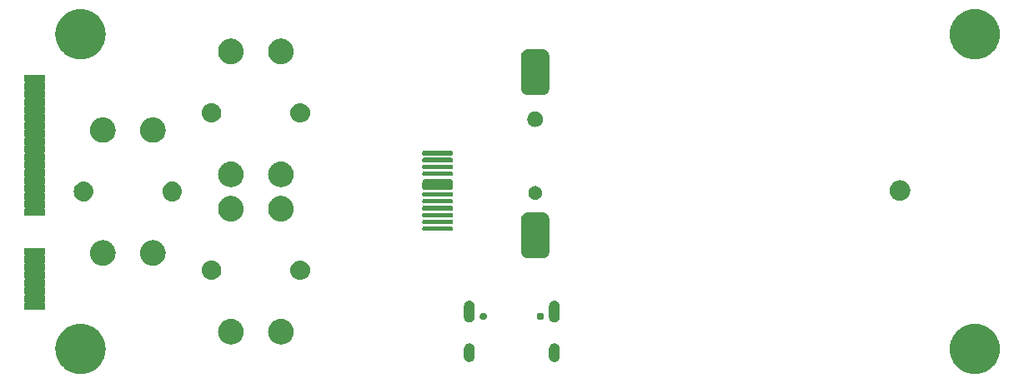
<source format=gbr>
%TF.GenerationSoftware,KiCad,Pcbnew,7.0.7*%
%TF.CreationDate,2023-10-10T16:57:59+13:00*%
%TF.ProjectId,openRiverSense,6f70656e-5269-4766-9572-53656e73652e,rev?*%
%TF.SameCoordinates,Original*%
%TF.FileFunction,Soldermask,Bot*%
%TF.FilePolarity,Negative*%
%FSLAX46Y46*%
G04 Gerber Fmt 4.6, Leading zero omitted, Abs format (unit mm)*
G04 Created by KiCad (PCBNEW 7.0.7) date 2023-10-10 16:57:59*
%MOMM*%
%LPD*%
G01*
G04 APERTURE LIST*
G04 APERTURE END LIST*
G36*
X6281239Y-32455032D02*
G01*
X6360116Y-32455032D01*
X6432576Y-32464185D01*
X6507353Y-32468709D01*
X6593842Y-32484558D01*
X6677822Y-32495168D01*
X6742865Y-32511868D01*
X6810223Y-32524212D01*
X6900470Y-32552334D01*
X6987993Y-32574806D01*
X7044935Y-32597351D01*
X7104198Y-32615818D01*
X7196499Y-32657359D01*
X7285737Y-32692691D01*
X7334194Y-32719330D01*
X7384988Y-32742191D01*
X7477446Y-32798084D01*
X7566358Y-32846964D01*
X7606267Y-32875959D01*
X7648501Y-32901491D01*
X7739050Y-32972431D01*
X7825431Y-33035191D01*
X7857022Y-33064857D01*
X7890885Y-33091387D01*
X7977359Y-33177861D01*
X8058870Y-33254405D01*
X8082658Y-33283160D01*
X8108612Y-33309114D01*
X8188763Y-33411419D01*
X8262993Y-33501148D01*
X8279758Y-33527565D01*
X8298508Y-33551498D01*
X8370048Y-33669840D01*
X8434582Y-33771528D01*
X8445332Y-33794374D01*
X8457808Y-33815011D01*
X8518492Y-33949845D01*
X8570930Y-34061282D01*
X8576861Y-34079538D01*
X8584181Y-34095801D01*
X8631836Y-34248732D01*
X8669887Y-34365841D01*
X8672346Y-34378736D01*
X8675787Y-34389776D01*
X8708376Y-34567612D01*
X8729892Y-34680400D01*
X8730334Y-34687431D01*
X8731290Y-34692646D01*
X8746917Y-34951006D01*
X8750000Y-35000000D01*
X8746917Y-35048997D01*
X8731290Y-35307353D01*
X8730334Y-35312567D01*
X8729892Y-35319600D01*
X8708372Y-35432411D01*
X8675787Y-35610223D01*
X8672347Y-35621261D01*
X8669887Y-35634159D01*
X8631828Y-35751291D01*
X8584181Y-35904198D01*
X8576863Y-35920457D01*
X8570930Y-35938718D01*
X8518481Y-36050175D01*
X8457808Y-36184988D01*
X8445334Y-36205620D01*
X8434582Y-36228472D01*
X8370036Y-36330179D01*
X8298508Y-36448501D01*
X8279761Y-36472428D01*
X8262993Y-36498852D01*
X8188748Y-36588597D01*
X8108612Y-36690885D01*
X8082663Y-36716833D01*
X8058870Y-36745595D01*
X7977342Y-36822154D01*
X7890885Y-36908612D01*
X7857028Y-36935136D01*
X7825431Y-36964809D01*
X7739032Y-37027580D01*
X7648501Y-37098508D01*
X7606275Y-37124034D01*
X7566358Y-37153036D01*
X7477428Y-37201925D01*
X7384988Y-37257808D01*
X7334204Y-37280663D01*
X7285737Y-37307309D01*
X7196481Y-37342647D01*
X7104198Y-37384181D01*
X7044947Y-37402644D01*
X6987993Y-37425194D01*
X6900452Y-37447670D01*
X6810223Y-37475787D01*
X6742879Y-37488128D01*
X6677822Y-37504832D01*
X6593825Y-37515443D01*
X6507353Y-37531290D01*
X6432591Y-37535812D01*
X6360116Y-37544968D01*
X6281223Y-37544968D01*
X6199999Y-37549881D01*
X6118776Y-37544968D01*
X6039884Y-37544968D01*
X5967409Y-37535812D01*
X5892646Y-37531290D01*
X5806171Y-37515442D01*
X5722178Y-37504832D01*
X5657123Y-37488128D01*
X5589776Y-37475787D01*
X5499542Y-37447669D01*
X5412007Y-37425194D01*
X5355056Y-37402645D01*
X5295801Y-37384181D01*
X5203510Y-37342644D01*
X5114263Y-37307309D01*
X5065800Y-37280666D01*
X5015011Y-37257808D01*
X4922560Y-37201919D01*
X4833642Y-37153036D01*
X4793729Y-37124038D01*
X4751498Y-37098508D01*
X4660953Y-37027570D01*
X4574569Y-36964809D01*
X4542976Y-36935141D01*
X4509114Y-36908612D01*
X4422640Y-36822138D01*
X4341130Y-36745595D01*
X4317341Y-36716839D01*
X4291387Y-36690885D01*
X4211232Y-36588575D01*
X4137007Y-36498852D01*
X4120242Y-36472435D01*
X4101491Y-36448501D01*
X4029942Y-36330146D01*
X3965418Y-36228472D01*
X3954668Y-36205628D01*
X3942191Y-36184988D01*
X3881495Y-36050127D01*
X3829070Y-35938718D01*
X3823139Y-35920465D01*
X3815818Y-35904198D01*
X3768147Y-35751216D01*
X3730113Y-35634159D01*
X3727654Y-35621269D01*
X3724212Y-35610223D01*
X3691602Y-35432278D01*
X3670108Y-35319600D01*
X3669666Y-35312575D01*
X3668709Y-35307353D01*
X3653056Y-35048585D01*
X3650000Y-35000000D01*
X3653056Y-34951418D01*
X3668709Y-34692646D01*
X3669666Y-34687423D01*
X3670108Y-34680400D01*
X3691597Y-34567745D01*
X3724212Y-34389776D01*
X3727654Y-34378727D01*
X3730113Y-34365841D01*
X3768139Y-34248807D01*
X3815818Y-34095801D01*
X3823140Y-34079530D01*
X3829070Y-34061282D01*
X3881484Y-33949894D01*
X3942191Y-33815011D01*
X3954670Y-33794367D01*
X3965418Y-33771528D01*
X4029930Y-33669873D01*
X4101491Y-33551498D01*
X4120245Y-33527559D01*
X4137007Y-33501148D01*
X4211217Y-33411442D01*
X4291387Y-33309114D01*
X4317345Y-33283155D01*
X4341130Y-33254405D01*
X4422624Y-33177876D01*
X4509114Y-33091387D01*
X4542982Y-33064852D01*
X4574569Y-33035191D01*
X4660936Y-32972441D01*
X4751498Y-32901491D01*
X4793737Y-32875956D01*
X4833642Y-32846964D01*
X4922542Y-32798090D01*
X5015011Y-32742191D01*
X5065810Y-32719328D01*
X5114263Y-32692691D01*
X5203492Y-32657362D01*
X5295801Y-32615818D01*
X5355067Y-32597349D01*
X5412007Y-32574806D01*
X5499524Y-32552335D01*
X5589776Y-32524212D01*
X5657136Y-32511867D01*
X5722178Y-32495168D01*
X5806153Y-32484559D01*
X5892646Y-32468709D01*
X5967424Y-32464185D01*
X6039884Y-32455032D01*
X6118759Y-32455032D01*
X6199999Y-32450118D01*
X6281239Y-32455032D01*
G37*
G36*
X97081240Y-32455032D02*
G01*
X97160116Y-32455032D01*
X97232576Y-32464185D01*
X97307353Y-32468709D01*
X97393842Y-32484558D01*
X97477822Y-32495168D01*
X97542865Y-32511868D01*
X97610223Y-32524212D01*
X97700470Y-32552334D01*
X97787993Y-32574806D01*
X97844935Y-32597351D01*
X97904198Y-32615818D01*
X97996499Y-32657359D01*
X98085737Y-32692691D01*
X98134194Y-32719330D01*
X98184988Y-32742191D01*
X98277446Y-32798084D01*
X98366358Y-32846964D01*
X98406267Y-32875959D01*
X98448501Y-32901491D01*
X98539050Y-32972431D01*
X98625431Y-33035191D01*
X98657022Y-33064857D01*
X98690885Y-33091387D01*
X98777359Y-33177861D01*
X98858870Y-33254405D01*
X98882658Y-33283160D01*
X98908612Y-33309114D01*
X98988763Y-33411419D01*
X99062993Y-33501148D01*
X99079758Y-33527565D01*
X99098508Y-33551498D01*
X99170048Y-33669840D01*
X99234582Y-33771528D01*
X99245332Y-33794374D01*
X99257808Y-33815011D01*
X99318492Y-33949845D01*
X99370930Y-34061282D01*
X99376861Y-34079538D01*
X99384181Y-34095801D01*
X99431836Y-34248732D01*
X99469887Y-34365841D01*
X99472346Y-34378736D01*
X99475787Y-34389776D01*
X99508376Y-34567612D01*
X99529892Y-34680400D01*
X99530334Y-34687431D01*
X99531290Y-34692646D01*
X99546918Y-34951027D01*
X99550000Y-35000000D01*
X99546915Y-35049018D01*
X99531290Y-35307353D01*
X99530334Y-35312567D01*
X99529892Y-35319600D01*
X99508372Y-35432411D01*
X99475787Y-35610223D01*
X99472347Y-35621261D01*
X99469887Y-35634159D01*
X99431828Y-35751291D01*
X99384181Y-35904198D01*
X99376863Y-35920457D01*
X99370930Y-35938718D01*
X99318481Y-36050175D01*
X99257808Y-36184988D01*
X99245334Y-36205620D01*
X99234582Y-36228472D01*
X99170036Y-36330179D01*
X99098508Y-36448501D01*
X99079761Y-36472428D01*
X99062993Y-36498852D01*
X98988748Y-36588597D01*
X98908612Y-36690885D01*
X98882663Y-36716833D01*
X98858870Y-36745595D01*
X98777342Y-36822154D01*
X98690885Y-36908612D01*
X98657028Y-36935136D01*
X98625431Y-36964809D01*
X98539032Y-37027580D01*
X98448501Y-37098508D01*
X98406275Y-37124034D01*
X98366358Y-37153036D01*
X98277428Y-37201925D01*
X98184988Y-37257808D01*
X98134204Y-37280663D01*
X98085737Y-37307309D01*
X97996481Y-37342647D01*
X97904198Y-37384181D01*
X97844947Y-37402644D01*
X97787993Y-37425194D01*
X97700452Y-37447670D01*
X97610223Y-37475787D01*
X97542879Y-37488128D01*
X97477822Y-37504832D01*
X97393825Y-37515443D01*
X97307353Y-37531290D01*
X97232591Y-37535812D01*
X97160116Y-37544968D01*
X97081223Y-37544968D01*
X97000000Y-37549881D01*
X96918776Y-37544968D01*
X96839884Y-37544968D01*
X96767409Y-37535812D01*
X96692646Y-37531290D01*
X96606171Y-37515442D01*
X96522178Y-37504832D01*
X96457123Y-37488128D01*
X96389776Y-37475787D01*
X96299542Y-37447669D01*
X96212007Y-37425194D01*
X96155056Y-37402645D01*
X96095801Y-37384181D01*
X96003510Y-37342644D01*
X95914263Y-37307309D01*
X95865800Y-37280666D01*
X95815011Y-37257808D01*
X95722560Y-37201919D01*
X95633642Y-37153036D01*
X95593729Y-37124038D01*
X95551498Y-37098508D01*
X95460953Y-37027570D01*
X95374569Y-36964809D01*
X95342976Y-36935141D01*
X95309114Y-36908612D01*
X95222640Y-36822138D01*
X95141130Y-36745595D01*
X95117341Y-36716839D01*
X95091387Y-36690885D01*
X95011232Y-36588575D01*
X94937007Y-36498852D01*
X94920242Y-36472435D01*
X94901491Y-36448501D01*
X94829942Y-36330146D01*
X94765418Y-36228472D01*
X94754668Y-36205628D01*
X94742191Y-36184988D01*
X94681495Y-36050127D01*
X94629070Y-35938718D01*
X94623139Y-35920465D01*
X94615818Y-35904198D01*
X94568147Y-35751216D01*
X94530113Y-35634159D01*
X94527654Y-35621269D01*
X94524212Y-35610223D01*
X94491602Y-35432278D01*
X94470108Y-35319600D01*
X94469666Y-35312575D01*
X94468709Y-35307353D01*
X94453058Y-35048606D01*
X94450000Y-35000000D01*
X94453055Y-34951439D01*
X94468709Y-34692646D01*
X94469666Y-34687423D01*
X94470108Y-34680400D01*
X94491597Y-34567745D01*
X94524212Y-34389776D01*
X94527654Y-34378727D01*
X94530113Y-34365841D01*
X94568139Y-34248807D01*
X94615818Y-34095801D01*
X94623140Y-34079530D01*
X94629070Y-34061282D01*
X94681484Y-33949894D01*
X94742191Y-33815011D01*
X94754670Y-33794367D01*
X94765418Y-33771528D01*
X94829930Y-33669873D01*
X94901491Y-33551498D01*
X94920245Y-33527559D01*
X94937007Y-33501148D01*
X95011217Y-33411442D01*
X95091387Y-33309114D01*
X95117345Y-33283155D01*
X95141130Y-33254405D01*
X95222624Y-33177876D01*
X95309114Y-33091387D01*
X95342982Y-33064852D01*
X95374569Y-33035191D01*
X95460936Y-32972441D01*
X95551498Y-32901491D01*
X95593737Y-32875956D01*
X95633642Y-32846964D01*
X95722542Y-32798090D01*
X95815011Y-32742191D01*
X95865810Y-32719328D01*
X95914263Y-32692691D01*
X96003492Y-32657362D01*
X96095801Y-32615818D01*
X96155067Y-32597349D01*
X96212007Y-32574806D01*
X96299524Y-32552335D01*
X96389776Y-32524212D01*
X96457136Y-32511867D01*
X96522178Y-32495168D01*
X96606153Y-32484559D01*
X96692646Y-32468709D01*
X96767424Y-32464185D01*
X96839884Y-32455032D01*
X96918760Y-32455032D01*
X97000000Y-32450118D01*
X97081240Y-32455032D01*
G37*
G36*
X45671640Y-34443284D02*
G01*
X45706736Y-34441077D01*
X45744402Y-34448262D01*
X45784135Y-34450980D01*
X45813662Y-34461473D01*
X45842034Y-34466886D01*
X45882592Y-34485971D01*
X45925270Y-34501139D01*
X45946158Y-34515883D01*
X45966660Y-34525531D01*
X46006401Y-34558408D01*
X46047638Y-34587516D01*
X46060093Y-34602826D01*
X46072792Y-34613331D01*
X46107460Y-34661047D01*
X46142165Y-34703705D01*
X46147682Y-34716407D01*
X46153748Y-34724756D01*
X46178871Y-34788212D01*
X46201839Y-34841088D01*
X46202919Y-34848951D01*
X46204455Y-34852829D01*
X46215850Y-34943031D01*
X46222234Y-34989476D01*
X46222234Y-35789476D01*
X46220628Y-35812952D01*
X46217898Y-35856343D01*
X46217573Y-35857606D01*
X46217111Y-35864368D01*
X46201884Y-35918712D01*
X46183131Y-35991753D01*
X46179640Y-35998102D01*
X46176700Y-36008597D01*
X46147221Y-36057071D01*
X46116775Y-36112454D01*
X46107603Y-36122220D01*
X46098875Y-36136574D01*
X46060245Y-36172651D01*
X46022486Y-36212861D01*
X46005965Y-36223345D01*
X45989408Y-36238809D01*
X45946852Y-36260860D01*
X45906195Y-36286662D01*
X45881693Y-36294622D01*
X45856418Y-36307720D01*
X45814712Y-36316386D01*
X45775196Y-36329226D01*
X45743253Y-36331235D01*
X45709767Y-36338194D01*
X45672819Y-36335666D01*
X45637731Y-36337874D01*
X45600072Y-36330690D01*
X45560333Y-36327972D01*
X45530800Y-36317476D01*
X45502433Y-36312065D01*
X45461880Y-36292982D01*
X45419198Y-36277813D01*
X45398307Y-36263066D01*
X45377807Y-36253420D01*
X45338067Y-36220544D01*
X45296830Y-36191436D01*
X45284373Y-36176125D01*
X45271675Y-36165620D01*
X45237004Y-36117900D01*
X45202303Y-36075247D01*
X45196785Y-36062545D01*
X45190719Y-36054195D01*
X45165589Y-35990724D01*
X45142629Y-35937864D01*
X45141548Y-35930002D01*
X45140012Y-35926122D01*
X45128614Y-35835899D01*
X45122234Y-35789476D01*
X45122234Y-34989476D01*
X45123834Y-34966078D01*
X45126569Y-34922608D01*
X45126894Y-34921338D01*
X45127357Y-34914584D01*
X45142568Y-34860292D01*
X45161336Y-34787198D01*
X45164829Y-34780844D01*
X45167768Y-34770355D01*
X45197230Y-34721906D01*
X45227692Y-34666497D01*
X45236867Y-34656725D01*
X45245593Y-34642378D01*
X45284206Y-34606315D01*
X45321981Y-34566090D01*
X45338507Y-34555601D01*
X45355060Y-34540143D01*
X45397601Y-34518099D01*
X45438272Y-34492289D01*
X45462780Y-34484325D01*
X45488050Y-34471232D01*
X45529744Y-34462567D01*
X45569271Y-34449725D01*
X45601221Y-34447714D01*
X45634701Y-34440758D01*
X45671640Y-34443284D01*
G37*
G36*
X54311721Y-34443284D02*
G01*
X54346817Y-34441077D01*
X54384483Y-34448262D01*
X54424216Y-34450980D01*
X54453743Y-34461473D01*
X54482115Y-34466886D01*
X54522673Y-34485971D01*
X54565351Y-34501139D01*
X54586239Y-34515883D01*
X54606741Y-34525531D01*
X54646482Y-34558408D01*
X54687719Y-34587516D01*
X54700174Y-34602826D01*
X54712873Y-34613331D01*
X54747541Y-34661047D01*
X54782246Y-34703705D01*
X54787763Y-34716407D01*
X54793829Y-34724756D01*
X54818952Y-34788212D01*
X54841920Y-34841088D01*
X54843000Y-34848951D01*
X54844536Y-34852829D01*
X54855931Y-34943031D01*
X54862315Y-34989476D01*
X54862315Y-35789476D01*
X54860709Y-35812952D01*
X54857979Y-35856343D01*
X54857654Y-35857606D01*
X54857192Y-35864368D01*
X54841965Y-35918712D01*
X54823212Y-35991753D01*
X54819721Y-35998102D01*
X54816781Y-36008597D01*
X54787302Y-36057071D01*
X54756856Y-36112454D01*
X54747684Y-36122220D01*
X54738956Y-36136574D01*
X54700326Y-36172651D01*
X54662567Y-36212861D01*
X54646046Y-36223345D01*
X54629489Y-36238809D01*
X54586933Y-36260860D01*
X54546276Y-36286662D01*
X54521774Y-36294622D01*
X54496499Y-36307720D01*
X54454793Y-36316386D01*
X54415277Y-36329226D01*
X54383334Y-36331235D01*
X54349848Y-36338194D01*
X54312900Y-36335666D01*
X54277812Y-36337874D01*
X54240153Y-36330690D01*
X54200414Y-36327972D01*
X54170881Y-36317476D01*
X54142514Y-36312065D01*
X54101961Y-36292982D01*
X54059279Y-36277813D01*
X54038388Y-36263066D01*
X54017888Y-36253420D01*
X53978148Y-36220544D01*
X53936911Y-36191436D01*
X53924454Y-36176125D01*
X53911756Y-36165620D01*
X53877085Y-36117900D01*
X53842384Y-36075247D01*
X53836866Y-36062545D01*
X53830800Y-36054195D01*
X53805670Y-35990724D01*
X53782710Y-35937864D01*
X53781629Y-35930002D01*
X53780093Y-35926122D01*
X53768695Y-35835899D01*
X53762315Y-35789476D01*
X53762315Y-34989476D01*
X53763915Y-34966078D01*
X53766650Y-34922608D01*
X53766975Y-34921338D01*
X53767438Y-34914584D01*
X53782649Y-34860292D01*
X53801417Y-34787198D01*
X53804910Y-34780844D01*
X53807849Y-34770355D01*
X53837311Y-34721906D01*
X53867773Y-34666497D01*
X53876948Y-34656725D01*
X53885674Y-34642378D01*
X53924287Y-34606315D01*
X53962062Y-34566090D01*
X53978588Y-34555601D01*
X53995141Y-34540143D01*
X54037682Y-34518099D01*
X54078353Y-34492289D01*
X54102861Y-34484325D01*
X54128131Y-34471232D01*
X54169825Y-34462567D01*
X54209352Y-34449725D01*
X54241302Y-34447714D01*
X54274782Y-34440758D01*
X54311721Y-34443284D01*
G37*
G36*
X21513282Y-31954598D02*
G01*
X21567332Y-31954598D01*
X21626901Y-31964538D01*
X21685738Y-31969686D01*
X21731945Y-31982067D01*
X21779069Y-31989931D01*
X21842289Y-32011634D01*
X21904621Y-32028336D01*
X21942797Y-32046138D01*
X21982108Y-32059633D01*
X22046694Y-32094585D01*
X22109995Y-32124103D01*
X22139796Y-32144970D01*
X22170908Y-32161807D01*
X22234234Y-32211095D01*
X22295619Y-32254078D01*
X22317255Y-32275714D01*
X22340308Y-32293657D01*
X22399531Y-32357990D01*
X22455853Y-32414312D01*
X22470067Y-32434612D01*
X22485702Y-32451596D01*
X22537862Y-32531433D01*
X22585828Y-32599936D01*
X22593834Y-32617106D01*
X22603115Y-32631311D01*
X22645245Y-32727358D01*
X22681595Y-32805310D01*
X22684979Y-32817941D01*
X22689347Y-32827898D01*
X22718577Y-32943327D01*
X22740245Y-33024193D01*
X22740873Y-33031376D01*
X22742044Y-33035999D01*
X22755775Y-33201702D01*
X22759995Y-33249936D01*
X22755774Y-33298173D01*
X22742044Y-33463872D01*
X22740873Y-33468493D01*
X22740245Y-33475679D01*
X22718572Y-33556561D01*
X22689347Y-33671973D01*
X22684980Y-33681927D01*
X22681595Y-33694562D01*
X22645238Y-33772529D01*
X22603115Y-33868560D01*
X22593836Y-33882762D01*
X22585828Y-33899936D01*
X22537852Y-33968452D01*
X22485702Y-34048275D01*
X22470070Y-34065255D01*
X22455853Y-34085560D01*
X22399520Y-34141892D01*
X22340308Y-34206214D01*
X22317259Y-34224153D01*
X22295619Y-34245794D01*
X22234221Y-34288785D01*
X22170908Y-34338064D01*
X22139802Y-34354897D01*
X22109995Y-34375769D01*
X22046680Y-34405292D01*
X21982108Y-34440238D01*
X21942806Y-34453730D01*
X21904621Y-34471536D01*
X21842276Y-34488241D01*
X21779069Y-34509940D01*
X21731953Y-34517802D01*
X21685738Y-34530186D01*
X21626897Y-34535333D01*
X21567332Y-34545274D01*
X21513282Y-34545274D01*
X21459995Y-34549936D01*
X21406708Y-34545274D01*
X21352658Y-34545274D01*
X21293091Y-34535333D01*
X21234252Y-34530186D01*
X21188037Y-34517802D01*
X21140920Y-34509940D01*
X21077709Y-34488240D01*
X21015369Y-34471536D01*
X20977186Y-34453731D01*
X20937881Y-34440238D01*
X20873301Y-34405289D01*
X20809995Y-34375769D01*
X20780190Y-34354899D01*
X20749081Y-34338064D01*
X20685758Y-34288778D01*
X20624371Y-34245794D01*
X20602733Y-34224156D01*
X20579681Y-34206214D01*
X20520457Y-34141880D01*
X20464137Y-34085560D01*
X20449922Y-34065259D01*
X20434287Y-34048275D01*
X20382122Y-33968431D01*
X20334162Y-33899936D01*
X20326156Y-33882767D01*
X20316874Y-33868560D01*
X20274734Y-33772493D01*
X20238395Y-33694562D01*
X20235011Y-33681933D01*
X20230642Y-33671973D01*
X20201399Y-33556493D01*
X20179745Y-33475679D01*
X20179116Y-33468499D01*
X20177945Y-33463872D01*
X20164196Y-33297957D01*
X20159995Y-33249936D01*
X20164195Y-33201918D01*
X20177945Y-33035999D01*
X20179117Y-33031370D01*
X20179745Y-33024193D01*
X20201394Y-32943395D01*
X20230642Y-32827898D01*
X20235011Y-32817935D01*
X20238395Y-32805310D01*
X20274727Y-32727394D01*
X20316874Y-32631311D01*
X20326158Y-32617100D01*
X20334162Y-32599936D01*
X20382113Y-32531454D01*
X20434287Y-32451596D01*
X20449925Y-32434608D01*
X20464137Y-32414312D01*
X20520445Y-32358003D01*
X20579681Y-32293657D01*
X20602738Y-32275710D01*
X20624371Y-32254078D01*
X20685745Y-32211102D01*
X20749081Y-32161807D01*
X20780196Y-32144967D01*
X20809995Y-32124103D01*
X20873288Y-32094588D01*
X20937881Y-32059633D01*
X20977194Y-32046136D01*
X21015369Y-32028336D01*
X21077696Y-32011635D01*
X21140920Y-31989931D01*
X21188045Y-31982067D01*
X21234252Y-31969686D01*
X21293088Y-31964538D01*
X21352658Y-31954598D01*
X21406708Y-31954598D01*
X21459995Y-31949936D01*
X21513282Y-31954598D01*
G37*
G36*
X26593292Y-31954598D02*
G01*
X26647342Y-31954598D01*
X26706911Y-31964538D01*
X26765748Y-31969686D01*
X26811955Y-31982067D01*
X26859079Y-31989931D01*
X26922299Y-32011634D01*
X26984631Y-32028336D01*
X27022807Y-32046138D01*
X27062118Y-32059633D01*
X27126704Y-32094585D01*
X27190005Y-32124103D01*
X27219806Y-32144970D01*
X27250918Y-32161807D01*
X27314244Y-32211095D01*
X27375629Y-32254078D01*
X27397265Y-32275714D01*
X27420318Y-32293657D01*
X27479541Y-32357990D01*
X27535863Y-32414312D01*
X27550077Y-32434612D01*
X27565712Y-32451596D01*
X27617872Y-32531433D01*
X27665838Y-32599936D01*
X27673844Y-32617106D01*
X27683125Y-32631311D01*
X27725255Y-32727358D01*
X27761605Y-32805310D01*
X27764989Y-32817941D01*
X27769357Y-32827898D01*
X27798587Y-32943327D01*
X27820255Y-33024193D01*
X27820883Y-33031376D01*
X27822054Y-33035999D01*
X27835785Y-33201702D01*
X27840005Y-33249936D01*
X27835784Y-33298173D01*
X27822054Y-33463872D01*
X27820883Y-33468493D01*
X27820255Y-33475679D01*
X27798582Y-33556561D01*
X27769357Y-33671973D01*
X27764990Y-33681927D01*
X27761605Y-33694562D01*
X27725248Y-33772529D01*
X27683125Y-33868560D01*
X27673846Y-33882762D01*
X27665838Y-33899936D01*
X27617862Y-33968452D01*
X27565712Y-34048275D01*
X27550080Y-34065255D01*
X27535863Y-34085560D01*
X27479530Y-34141892D01*
X27420318Y-34206214D01*
X27397269Y-34224153D01*
X27375629Y-34245794D01*
X27314231Y-34288785D01*
X27250918Y-34338064D01*
X27219812Y-34354897D01*
X27190005Y-34375769D01*
X27126690Y-34405292D01*
X27062118Y-34440238D01*
X27022816Y-34453730D01*
X26984631Y-34471536D01*
X26922286Y-34488241D01*
X26859079Y-34509940D01*
X26811963Y-34517802D01*
X26765748Y-34530186D01*
X26706907Y-34535333D01*
X26647342Y-34545274D01*
X26593292Y-34545274D01*
X26540005Y-34549936D01*
X26486718Y-34545274D01*
X26432668Y-34545274D01*
X26373101Y-34535333D01*
X26314262Y-34530186D01*
X26268047Y-34517802D01*
X26220930Y-34509940D01*
X26157719Y-34488240D01*
X26095379Y-34471536D01*
X26057196Y-34453731D01*
X26017891Y-34440238D01*
X25953311Y-34405289D01*
X25890005Y-34375769D01*
X25860200Y-34354899D01*
X25829091Y-34338064D01*
X25765768Y-34288778D01*
X25704381Y-34245794D01*
X25682743Y-34224156D01*
X25659691Y-34206214D01*
X25600467Y-34141880D01*
X25544147Y-34085560D01*
X25529932Y-34065259D01*
X25514297Y-34048275D01*
X25462132Y-33968431D01*
X25414172Y-33899936D01*
X25406166Y-33882767D01*
X25396884Y-33868560D01*
X25354744Y-33772493D01*
X25318405Y-33694562D01*
X25315021Y-33681933D01*
X25310652Y-33671973D01*
X25281409Y-33556493D01*
X25259755Y-33475679D01*
X25259126Y-33468499D01*
X25257955Y-33463872D01*
X25244206Y-33297957D01*
X25240005Y-33249936D01*
X25244205Y-33201918D01*
X25257955Y-33035999D01*
X25259127Y-33031370D01*
X25259755Y-33024193D01*
X25281404Y-32943395D01*
X25310652Y-32827898D01*
X25315021Y-32817935D01*
X25318405Y-32805310D01*
X25354737Y-32727394D01*
X25396884Y-32631311D01*
X25406168Y-32617100D01*
X25414172Y-32599936D01*
X25462123Y-32531454D01*
X25514297Y-32451596D01*
X25529935Y-32434608D01*
X25544147Y-32414312D01*
X25600455Y-32358003D01*
X25659691Y-32293657D01*
X25682748Y-32275710D01*
X25704381Y-32254078D01*
X25765755Y-32211102D01*
X25829091Y-32161807D01*
X25860206Y-32144967D01*
X25890005Y-32124103D01*
X25953298Y-32094588D01*
X26017891Y-32059633D01*
X26057204Y-32046136D01*
X26095379Y-32028336D01*
X26157706Y-32011635D01*
X26220930Y-31989931D01*
X26268055Y-31982067D01*
X26314262Y-31969686D01*
X26373098Y-31964538D01*
X26432668Y-31954598D01*
X26486718Y-31954598D01*
X26540005Y-31949936D01*
X26593292Y-31954598D01*
G37*
G36*
X45671640Y-30113198D02*
G01*
X45706736Y-30110991D01*
X45744402Y-30118176D01*
X45784135Y-30120894D01*
X45813662Y-30131387D01*
X45842034Y-30136800D01*
X45882592Y-30155885D01*
X45925270Y-30171053D01*
X45946158Y-30185797D01*
X45966660Y-30195445D01*
X46006401Y-30228322D01*
X46047638Y-30257430D01*
X46060093Y-30272740D01*
X46072792Y-30283245D01*
X46107460Y-30330961D01*
X46142165Y-30373619D01*
X46147682Y-30386321D01*
X46153748Y-30394670D01*
X46178871Y-30458126D01*
X46201839Y-30511002D01*
X46202919Y-30518865D01*
X46204455Y-30522743D01*
X46215850Y-30612945D01*
X46222234Y-30659390D01*
X46222234Y-31759390D01*
X46220628Y-31782866D01*
X46217898Y-31826257D01*
X46217573Y-31827520D01*
X46217111Y-31834282D01*
X46201884Y-31888626D01*
X46183131Y-31961667D01*
X46179640Y-31968016D01*
X46176700Y-31978511D01*
X46147221Y-32026985D01*
X46116775Y-32082368D01*
X46107603Y-32092134D01*
X46098875Y-32106488D01*
X46060245Y-32142565D01*
X46022486Y-32182775D01*
X46005965Y-32193259D01*
X45989408Y-32208723D01*
X45946852Y-32230774D01*
X45906195Y-32256576D01*
X45881693Y-32264536D01*
X45856418Y-32277634D01*
X45814712Y-32286300D01*
X45775196Y-32299140D01*
X45743253Y-32301149D01*
X45709767Y-32308108D01*
X45672819Y-32305580D01*
X45637731Y-32307788D01*
X45600072Y-32300604D01*
X45560333Y-32297886D01*
X45530800Y-32287390D01*
X45502433Y-32281979D01*
X45461880Y-32262896D01*
X45419198Y-32247727D01*
X45398307Y-32232980D01*
X45377807Y-32223334D01*
X45338067Y-32190458D01*
X45296830Y-32161350D01*
X45284373Y-32146039D01*
X45271675Y-32135534D01*
X45237004Y-32087814D01*
X45202303Y-32045161D01*
X45196785Y-32032459D01*
X45190719Y-32024109D01*
X45165589Y-31960638D01*
X45142629Y-31907778D01*
X45141548Y-31899916D01*
X45140012Y-31896036D01*
X45128614Y-31805813D01*
X45122234Y-31759390D01*
X45122234Y-30659390D01*
X45123834Y-30635992D01*
X45126569Y-30592522D01*
X45126894Y-30591252D01*
X45127357Y-30584498D01*
X45142568Y-30530206D01*
X45161336Y-30457112D01*
X45164829Y-30450758D01*
X45167768Y-30440269D01*
X45197230Y-30391820D01*
X45227692Y-30336411D01*
X45236867Y-30326639D01*
X45245593Y-30312292D01*
X45284206Y-30276229D01*
X45321981Y-30236004D01*
X45338507Y-30225515D01*
X45355060Y-30210057D01*
X45397601Y-30188013D01*
X45438272Y-30162203D01*
X45462780Y-30154239D01*
X45488050Y-30141146D01*
X45529744Y-30132481D01*
X45569271Y-30119639D01*
X45601221Y-30117628D01*
X45634701Y-30110672D01*
X45671640Y-30113198D01*
G37*
G36*
X54311721Y-30113198D02*
G01*
X54346817Y-30110991D01*
X54384483Y-30118176D01*
X54424216Y-30120894D01*
X54453743Y-30131387D01*
X54482115Y-30136800D01*
X54522673Y-30155885D01*
X54565351Y-30171053D01*
X54586239Y-30185797D01*
X54606741Y-30195445D01*
X54646482Y-30228322D01*
X54687719Y-30257430D01*
X54700174Y-30272740D01*
X54712873Y-30283245D01*
X54747541Y-30330961D01*
X54782246Y-30373619D01*
X54787763Y-30386321D01*
X54793829Y-30394670D01*
X54818952Y-30458126D01*
X54841920Y-30511002D01*
X54843000Y-30518865D01*
X54844536Y-30522743D01*
X54855931Y-30612945D01*
X54862315Y-30659390D01*
X54862315Y-31759390D01*
X54860701Y-31782980D01*
X54857979Y-31826257D01*
X54857654Y-31827520D01*
X54857192Y-31834282D01*
X54841965Y-31888626D01*
X54823212Y-31961667D01*
X54819721Y-31968016D01*
X54816781Y-31978511D01*
X54787302Y-32026985D01*
X54756856Y-32082368D01*
X54747684Y-32092134D01*
X54738956Y-32106488D01*
X54700326Y-32142565D01*
X54662567Y-32182775D01*
X54646046Y-32193259D01*
X54629489Y-32208723D01*
X54586933Y-32230774D01*
X54546276Y-32256576D01*
X54521774Y-32264536D01*
X54496499Y-32277634D01*
X54454793Y-32286300D01*
X54415277Y-32299140D01*
X54383334Y-32301149D01*
X54349848Y-32308108D01*
X54312900Y-32305580D01*
X54277812Y-32307788D01*
X54240153Y-32300604D01*
X54200414Y-32297886D01*
X54170881Y-32287390D01*
X54142514Y-32281979D01*
X54101961Y-32262896D01*
X54059279Y-32247727D01*
X54038388Y-32232980D01*
X54017888Y-32223334D01*
X53978148Y-32190458D01*
X53936911Y-32161350D01*
X53924454Y-32146039D01*
X53911756Y-32135534D01*
X53877085Y-32087814D01*
X53842384Y-32045161D01*
X53836866Y-32032459D01*
X53830800Y-32024109D01*
X53805670Y-31960638D01*
X53782710Y-31907778D01*
X53781629Y-31899916D01*
X53780093Y-31896036D01*
X53768695Y-31805813D01*
X53762315Y-31759390D01*
X53762315Y-30659390D01*
X53763915Y-30635992D01*
X53766650Y-30592522D01*
X53766975Y-30591252D01*
X53767438Y-30584498D01*
X53782649Y-30530206D01*
X53801417Y-30457112D01*
X53804910Y-30450758D01*
X53807849Y-30440269D01*
X53837311Y-30391820D01*
X53867773Y-30336411D01*
X53876948Y-30326639D01*
X53885674Y-30312292D01*
X53924287Y-30276229D01*
X53962062Y-30236004D01*
X53978588Y-30225515D01*
X53995141Y-30210057D01*
X54037682Y-30188013D01*
X54078353Y-30162203D01*
X54102861Y-30154239D01*
X54128131Y-30141146D01*
X54169825Y-30132481D01*
X54209352Y-30119639D01*
X54241302Y-30117628D01*
X54274782Y-30110672D01*
X54311721Y-30113198D01*
G37*
G36*
X47130579Y-31338742D02*
G01*
X47155573Y-31338742D01*
X47184846Y-31347337D01*
X47218181Y-31352617D01*
X47239059Y-31363255D01*
X47257801Y-31368758D01*
X47288195Y-31388291D01*
X47322719Y-31405882D01*
X47335581Y-31418744D01*
X47347436Y-31426363D01*
X47374931Y-31458094D01*
X47405681Y-31488844D01*
X47411540Y-31500343D01*
X47417207Y-31506883D01*
X47437384Y-31551064D01*
X47458946Y-31593382D01*
X47460133Y-31600878D01*
X47461469Y-31603803D01*
X47470057Y-31663537D01*
X47477300Y-31709263D01*
X47470055Y-31755004D01*
X47461469Y-31814722D01*
X47460133Y-31817646D01*
X47458946Y-31825144D01*
X47437379Y-31867470D01*
X47417207Y-31911642D01*
X47411541Y-31918180D01*
X47405681Y-31929682D01*
X47374925Y-31960437D01*
X47347436Y-31992162D01*
X47335584Y-31999778D01*
X47322719Y-32012644D01*
X47288187Y-32030238D01*
X47257801Y-32049767D01*
X47239063Y-32055268D01*
X47218181Y-32065909D01*
X47184844Y-32071189D01*
X47155573Y-32079784D01*
X47130579Y-32079784D01*
X47102300Y-32084263D01*
X47074021Y-32079784D01*
X47049027Y-32079784D01*
X47019754Y-32071188D01*
X46986419Y-32065909D01*
X46965537Y-32055269D01*
X46946798Y-32049767D01*
X46916407Y-32030236D01*
X46881881Y-32012644D01*
X46869017Y-31999780D01*
X46857163Y-31992162D01*
X46829667Y-31960430D01*
X46798919Y-31929682D01*
X46793060Y-31918183D01*
X46787392Y-31911642D01*
X46767210Y-31867451D01*
X46745654Y-31825144D01*
X46744466Y-31817649D01*
X46743130Y-31814722D01*
X46734533Y-31754935D01*
X46727300Y-31709263D01*
X46734531Y-31663605D01*
X46743130Y-31603803D01*
X46744467Y-31600874D01*
X46745654Y-31593382D01*
X46767206Y-31551083D01*
X46787392Y-31506883D01*
X46793061Y-31500340D01*
X46798919Y-31488844D01*
X46829660Y-31458102D01*
X46857163Y-31426363D01*
X46869020Y-31418742D01*
X46881881Y-31405882D01*
X46916400Y-31388293D01*
X46946798Y-31368758D01*
X46965541Y-31363254D01*
X46986419Y-31352617D01*
X47019752Y-31347337D01*
X47049027Y-31338742D01*
X47074021Y-31338742D01*
X47102300Y-31334263D01*
X47130579Y-31338742D01*
G37*
G36*
X52910579Y-31338742D02*
G01*
X52935573Y-31338742D01*
X52964846Y-31347337D01*
X52998181Y-31352617D01*
X53019059Y-31363255D01*
X53037801Y-31368758D01*
X53068195Y-31388291D01*
X53102719Y-31405882D01*
X53115581Y-31418744D01*
X53127436Y-31426363D01*
X53154931Y-31458094D01*
X53185681Y-31488844D01*
X53191540Y-31500343D01*
X53197207Y-31506883D01*
X53217384Y-31551064D01*
X53238946Y-31593382D01*
X53240133Y-31600878D01*
X53241469Y-31603803D01*
X53250057Y-31663537D01*
X53257300Y-31709263D01*
X53250055Y-31755004D01*
X53241469Y-31814722D01*
X53240133Y-31817646D01*
X53238946Y-31825144D01*
X53217379Y-31867470D01*
X53197207Y-31911642D01*
X53191541Y-31918180D01*
X53185681Y-31929682D01*
X53154925Y-31960437D01*
X53127436Y-31992162D01*
X53115584Y-31999778D01*
X53102719Y-32012644D01*
X53068187Y-32030238D01*
X53037801Y-32049767D01*
X53019063Y-32055268D01*
X52998181Y-32065909D01*
X52964844Y-32071189D01*
X52935573Y-32079784D01*
X52910579Y-32079784D01*
X52882300Y-32084263D01*
X52854021Y-32079784D01*
X52829027Y-32079784D01*
X52799754Y-32071188D01*
X52766419Y-32065909D01*
X52745537Y-32055269D01*
X52726798Y-32049767D01*
X52696407Y-32030236D01*
X52661881Y-32012644D01*
X52649017Y-31999780D01*
X52637163Y-31992162D01*
X52609667Y-31960430D01*
X52578919Y-31929682D01*
X52573060Y-31918183D01*
X52567392Y-31911642D01*
X52547210Y-31867451D01*
X52525654Y-31825144D01*
X52524466Y-31817649D01*
X52523130Y-31814722D01*
X52514533Y-31754935D01*
X52507300Y-31709263D01*
X52514531Y-31663605D01*
X52523130Y-31603803D01*
X52524467Y-31600874D01*
X52525654Y-31593382D01*
X52547206Y-31551083D01*
X52567392Y-31506883D01*
X52573061Y-31500340D01*
X52578919Y-31488844D01*
X52609660Y-31458102D01*
X52637163Y-31426363D01*
X52649020Y-31418742D01*
X52661881Y-31405882D01*
X52696400Y-31388293D01*
X52726798Y-31368758D01*
X52745541Y-31363254D01*
X52766419Y-31352617D01*
X52799752Y-31347337D01*
X52829027Y-31338742D01*
X52854021Y-31338742D01*
X52882300Y-31334263D01*
X52910579Y-31338742D01*
G37*
G36*
X2569134Y-24753806D02*
G01*
X2585355Y-24764645D01*
X2596194Y-24780866D01*
X2600000Y-24800000D01*
X2600000Y-25400000D01*
X2596194Y-25419134D01*
X2585355Y-25435355D01*
X2569134Y-25446194D01*
X2565930Y-25446831D01*
X2538355Y-25465256D01*
X2538355Y-25534744D01*
X2565931Y-25553168D01*
X2569134Y-25553806D01*
X2585355Y-25564645D01*
X2596194Y-25580866D01*
X2600000Y-25600000D01*
X2600000Y-26200000D01*
X2596194Y-26219134D01*
X2585355Y-26235355D01*
X2569134Y-26246194D01*
X2565930Y-26246831D01*
X2538355Y-26265256D01*
X2538355Y-26334744D01*
X2565931Y-26353168D01*
X2569134Y-26353806D01*
X2585355Y-26364645D01*
X2596194Y-26380866D01*
X2600000Y-26400000D01*
X2600000Y-27000000D01*
X2596194Y-27019134D01*
X2585355Y-27035355D01*
X2569134Y-27046194D01*
X2565930Y-27046831D01*
X2538355Y-27065256D01*
X2538355Y-27134744D01*
X2565931Y-27153168D01*
X2569134Y-27153806D01*
X2585355Y-27164645D01*
X2596194Y-27180866D01*
X2600000Y-27200000D01*
X2600000Y-27800000D01*
X2596194Y-27819134D01*
X2585355Y-27835355D01*
X2569134Y-27846194D01*
X2565930Y-27846831D01*
X2538355Y-27865256D01*
X2538355Y-27934744D01*
X2565931Y-27953168D01*
X2569134Y-27953806D01*
X2585355Y-27964645D01*
X2596194Y-27980866D01*
X2600000Y-28000000D01*
X2600000Y-28600000D01*
X2596194Y-28619134D01*
X2585355Y-28635355D01*
X2569134Y-28646194D01*
X2565930Y-28646831D01*
X2538355Y-28665256D01*
X2538355Y-28734744D01*
X2565931Y-28753168D01*
X2569134Y-28753806D01*
X2585355Y-28764645D01*
X2596194Y-28780866D01*
X2600000Y-28800000D01*
X2600000Y-29400000D01*
X2596194Y-29419134D01*
X2585355Y-29435355D01*
X2569134Y-29446194D01*
X2565930Y-29446831D01*
X2538355Y-29465256D01*
X2538355Y-29534744D01*
X2565931Y-29553168D01*
X2569134Y-29553806D01*
X2585355Y-29564645D01*
X2596194Y-29580866D01*
X2600000Y-29600000D01*
X2600000Y-30200000D01*
X2596194Y-30219134D01*
X2585355Y-30235355D01*
X2569134Y-30246194D01*
X2565930Y-30246831D01*
X2538355Y-30265256D01*
X2538355Y-30334744D01*
X2565931Y-30353168D01*
X2569134Y-30353806D01*
X2585355Y-30364645D01*
X2596194Y-30380866D01*
X2600000Y-30400000D01*
X2600000Y-31000000D01*
X2596194Y-31019134D01*
X2585355Y-31035355D01*
X2569134Y-31046194D01*
X2550000Y-31050000D01*
X550000Y-31050000D01*
X530866Y-31046194D01*
X514645Y-31035355D01*
X503806Y-31019134D01*
X500000Y-31000000D01*
X500000Y-30400000D01*
X503806Y-30380866D01*
X514645Y-30364645D01*
X530866Y-30353806D01*
X534065Y-30353169D01*
X561644Y-30334743D01*
X561644Y-30265257D01*
X534066Y-30246830D01*
X530866Y-30246194D01*
X514645Y-30235355D01*
X503806Y-30219134D01*
X500000Y-30200000D01*
X500000Y-29600000D01*
X503806Y-29580866D01*
X514645Y-29564645D01*
X530866Y-29553806D01*
X534065Y-29553169D01*
X561644Y-29534743D01*
X561644Y-29465257D01*
X534066Y-29446830D01*
X530866Y-29446194D01*
X514645Y-29435355D01*
X503806Y-29419134D01*
X500000Y-29400000D01*
X500000Y-28800000D01*
X503806Y-28780866D01*
X514645Y-28764645D01*
X530866Y-28753806D01*
X534065Y-28753169D01*
X561644Y-28734743D01*
X561644Y-28665257D01*
X534066Y-28646830D01*
X530866Y-28646194D01*
X514645Y-28635355D01*
X503806Y-28619134D01*
X500000Y-28600000D01*
X500000Y-28000000D01*
X503806Y-27980866D01*
X514645Y-27964645D01*
X530866Y-27953806D01*
X534065Y-27953169D01*
X561644Y-27934743D01*
X561644Y-27865257D01*
X534066Y-27846830D01*
X530866Y-27846194D01*
X514645Y-27835355D01*
X503806Y-27819134D01*
X500000Y-27800000D01*
X500000Y-27200000D01*
X503806Y-27180866D01*
X514645Y-27164645D01*
X530866Y-27153806D01*
X534065Y-27153169D01*
X561644Y-27134743D01*
X561644Y-27065257D01*
X534066Y-27046830D01*
X530866Y-27046194D01*
X514645Y-27035355D01*
X503806Y-27019134D01*
X500000Y-27000000D01*
X500000Y-26400000D01*
X503806Y-26380866D01*
X514645Y-26364645D01*
X530866Y-26353806D01*
X534065Y-26353169D01*
X561644Y-26334743D01*
X561644Y-26265257D01*
X534066Y-26246830D01*
X530866Y-26246194D01*
X514645Y-26235355D01*
X503806Y-26219134D01*
X500000Y-26200000D01*
X500000Y-25600000D01*
X503806Y-25580866D01*
X514645Y-25564645D01*
X530866Y-25553806D01*
X534065Y-25553169D01*
X561644Y-25534743D01*
X561644Y-25465257D01*
X534066Y-25446830D01*
X530866Y-25446194D01*
X514645Y-25435355D01*
X503806Y-25419134D01*
X500000Y-25400000D01*
X500000Y-24800000D01*
X503806Y-24780866D01*
X514645Y-24764645D01*
X530866Y-24753806D01*
X550000Y-24750000D01*
X2550000Y-24750000D01*
X2569134Y-24753806D01*
G37*
G36*
X19695220Y-26019203D02*
G01*
X19882815Y-26076109D01*
X20055704Y-26168520D01*
X20207242Y-26292885D01*
X20331607Y-26444423D01*
X20424018Y-26617312D01*
X20480924Y-26804907D01*
X20500139Y-27000000D01*
X20480924Y-27195093D01*
X20424018Y-27382688D01*
X20331607Y-27555577D01*
X20207242Y-27707115D01*
X20055704Y-27831480D01*
X19882815Y-27923891D01*
X19695220Y-27980797D01*
X19500127Y-28000012D01*
X19305034Y-27980797D01*
X19117439Y-27923891D01*
X18944550Y-27831480D01*
X18793012Y-27707115D01*
X18668647Y-27555577D01*
X18576236Y-27382688D01*
X18519330Y-27195093D01*
X18500115Y-27000000D01*
X18519330Y-26804907D01*
X18576236Y-26617312D01*
X18668647Y-26444423D01*
X18793012Y-26292885D01*
X18944550Y-26168520D01*
X19117439Y-26076109D01*
X19305034Y-26019203D01*
X19500127Y-25999988D01*
X19695220Y-26019203D01*
G37*
G36*
X28695220Y-26019203D02*
G01*
X28882815Y-26076109D01*
X29055704Y-26168520D01*
X29207242Y-26292885D01*
X29331607Y-26444423D01*
X29424018Y-26617312D01*
X29480924Y-26804907D01*
X29500139Y-27000000D01*
X29480924Y-27195093D01*
X29424018Y-27382688D01*
X29331607Y-27555577D01*
X29207242Y-27707115D01*
X29055704Y-27831480D01*
X28882815Y-27923891D01*
X28695220Y-27980797D01*
X28500127Y-28000012D01*
X28305034Y-27980797D01*
X28117439Y-27923891D01*
X27944550Y-27831480D01*
X27793012Y-27707115D01*
X27668647Y-27555577D01*
X27576236Y-27382688D01*
X27519330Y-27195093D01*
X27500115Y-27000000D01*
X27519330Y-26804907D01*
X27576236Y-26617312D01*
X27668647Y-26444423D01*
X27793012Y-26292885D01*
X27944550Y-26168520D01*
X28117439Y-26076109D01*
X28305034Y-26019203D01*
X28500127Y-25999988D01*
X28695220Y-26019203D01*
G37*
G36*
X8513282Y-23954598D02*
G01*
X8567332Y-23954598D01*
X8626901Y-23964538D01*
X8685738Y-23969686D01*
X8731945Y-23982067D01*
X8779069Y-23989931D01*
X8842289Y-24011634D01*
X8904621Y-24028336D01*
X8942797Y-24046138D01*
X8982108Y-24059633D01*
X9046694Y-24094585D01*
X9109995Y-24124103D01*
X9139796Y-24144970D01*
X9170908Y-24161807D01*
X9234234Y-24211095D01*
X9295619Y-24254078D01*
X9317255Y-24275714D01*
X9340308Y-24293657D01*
X9399531Y-24357990D01*
X9455853Y-24414312D01*
X9470067Y-24434612D01*
X9485702Y-24451596D01*
X9537862Y-24531433D01*
X9585828Y-24599936D01*
X9593834Y-24617106D01*
X9603115Y-24631311D01*
X9645245Y-24727358D01*
X9681595Y-24805310D01*
X9684979Y-24817941D01*
X9689347Y-24827898D01*
X9718577Y-24943327D01*
X9740245Y-25024193D01*
X9740873Y-25031376D01*
X9742044Y-25035999D01*
X9755775Y-25201702D01*
X9759995Y-25249936D01*
X9755774Y-25298173D01*
X9742044Y-25463872D01*
X9740873Y-25468493D01*
X9740245Y-25475679D01*
X9718572Y-25556561D01*
X9689347Y-25671973D01*
X9684980Y-25681927D01*
X9681595Y-25694562D01*
X9645238Y-25772529D01*
X9603115Y-25868560D01*
X9593836Y-25882762D01*
X9585828Y-25899936D01*
X9537852Y-25968452D01*
X9485702Y-26048275D01*
X9470070Y-26065255D01*
X9455853Y-26085560D01*
X9399520Y-26141892D01*
X9340308Y-26206214D01*
X9317259Y-26224153D01*
X9295619Y-26245794D01*
X9234221Y-26288785D01*
X9170908Y-26338064D01*
X9139802Y-26354897D01*
X9109995Y-26375769D01*
X9046680Y-26405292D01*
X8982108Y-26440238D01*
X8942806Y-26453730D01*
X8904621Y-26471536D01*
X8842276Y-26488241D01*
X8779069Y-26509940D01*
X8731953Y-26517802D01*
X8685738Y-26530186D01*
X8626897Y-26535333D01*
X8567332Y-26545274D01*
X8513282Y-26545274D01*
X8459995Y-26549936D01*
X8406708Y-26545274D01*
X8352658Y-26545274D01*
X8293091Y-26535333D01*
X8234252Y-26530186D01*
X8188037Y-26517802D01*
X8140920Y-26509940D01*
X8077709Y-26488240D01*
X8015369Y-26471536D01*
X7977186Y-26453731D01*
X7937881Y-26440238D01*
X7873301Y-26405289D01*
X7809995Y-26375769D01*
X7780190Y-26354899D01*
X7749081Y-26338064D01*
X7685758Y-26288778D01*
X7624371Y-26245794D01*
X7602733Y-26224156D01*
X7579681Y-26206214D01*
X7520457Y-26141880D01*
X7464137Y-26085560D01*
X7449922Y-26065259D01*
X7434287Y-26048275D01*
X7382122Y-25968431D01*
X7334162Y-25899936D01*
X7326156Y-25882767D01*
X7316874Y-25868560D01*
X7274734Y-25772493D01*
X7238395Y-25694562D01*
X7235011Y-25681933D01*
X7230642Y-25671973D01*
X7201399Y-25556493D01*
X7179745Y-25475679D01*
X7179116Y-25468499D01*
X7177945Y-25463872D01*
X7164197Y-25297971D01*
X7159995Y-25249936D01*
X7164194Y-25201932D01*
X7177945Y-25035999D01*
X7179117Y-25031370D01*
X7179745Y-25024193D01*
X7201394Y-24943395D01*
X7230642Y-24827898D01*
X7235011Y-24817935D01*
X7238395Y-24805310D01*
X7274727Y-24727394D01*
X7316874Y-24631311D01*
X7326158Y-24617100D01*
X7334162Y-24599936D01*
X7382113Y-24531454D01*
X7434287Y-24451596D01*
X7449925Y-24434608D01*
X7464137Y-24414312D01*
X7520445Y-24358003D01*
X7579681Y-24293657D01*
X7602738Y-24275710D01*
X7624371Y-24254078D01*
X7685745Y-24211102D01*
X7749081Y-24161807D01*
X7780196Y-24144967D01*
X7809995Y-24124103D01*
X7873288Y-24094588D01*
X7937881Y-24059633D01*
X7977194Y-24046136D01*
X8015369Y-24028336D01*
X8077696Y-24011635D01*
X8140920Y-23989931D01*
X8188045Y-23982067D01*
X8234252Y-23969686D01*
X8293088Y-23964538D01*
X8352658Y-23954598D01*
X8406708Y-23954598D01*
X8459995Y-23949936D01*
X8513282Y-23954598D01*
G37*
G36*
X13593292Y-23954598D02*
G01*
X13647342Y-23954598D01*
X13706911Y-23964538D01*
X13765748Y-23969686D01*
X13811955Y-23982067D01*
X13859079Y-23989931D01*
X13922299Y-24011634D01*
X13984631Y-24028336D01*
X14022807Y-24046138D01*
X14062118Y-24059633D01*
X14126704Y-24094585D01*
X14190005Y-24124103D01*
X14219806Y-24144970D01*
X14250918Y-24161807D01*
X14314244Y-24211095D01*
X14375629Y-24254078D01*
X14397265Y-24275714D01*
X14420318Y-24293657D01*
X14479541Y-24357990D01*
X14535863Y-24414312D01*
X14550077Y-24434612D01*
X14565712Y-24451596D01*
X14617872Y-24531433D01*
X14665838Y-24599936D01*
X14673844Y-24617106D01*
X14683125Y-24631311D01*
X14725255Y-24727358D01*
X14761605Y-24805310D01*
X14764989Y-24817941D01*
X14769357Y-24827898D01*
X14798587Y-24943327D01*
X14820255Y-25024193D01*
X14820883Y-25031376D01*
X14822054Y-25035999D01*
X14835785Y-25201702D01*
X14840005Y-25249936D01*
X14835784Y-25298173D01*
X14822054Y-25463872D01*
X14820883Y-25468493D01*
X14820255Y-25475679D01*
X14798582Y-25556561D01*
X14769357Y-25671973D01*
X14764990Y-25681927D01*
X14761605Y-25694562D01*
X14725248Y-25772529D01*
X14683125Y-25868560D01*
X14673846Y-25882762D01*
X14665838Y-25899936D01*
X14617862Y-25968452D01*
X14565712Y-26048275D01*
X14550080Y-26065255D01*
X14535863Y-26085560D01*
X14479530Y-26141892D01*
X14420318Y-26206214D01*
X14397269Y-26224153D01*
X14375629Y-26245794D01*
X14314231Y-26288785D01*
X14250918Y-26338064D01*
X14219812Y-26354897D01*
X14190005Y-26375769D01*
X14126690Y-26405292D01*
X14062118Y-26440238D01*
X14022816Y-26453730D01*
X13984631Y-26471536D01*
X13922286Y-26488241D01*
X13859079Y-26509940D01*
X13811963Y-26517802D01*
X13765748Y-26530186D01*
X13706907Y-26535333D01*
X13647342Y-26545274D01*
X13593292Y-26545274D01*
X13540005Y-26549936D01*
X13486718Y-26545274D01*
X13432668Y-26545274D01*
X13373101Y-26535333D01*
X13314262Y-26530186D01*
X13268047Y-26517802D01*
X13220930Y-26509940D01*
X13157719Y-26488240D01*
X13095379Y-26471536D01*
X13057196Y-26453731D01*
X13017891Y-26440238D01*
X12953311Y-26405289D01*
X12890005Y-26375769D01*
X12860200Y-26354899D01*
X12829091Y-26338064D01*
X12765768Y-26288778D01*
X12704381Y-26245794D01*
X12682743Y-26224156D01*
X12659691Y-26206214D01*
X12600467Y-26141880D01*
X12544147Y-26085560D01*
X12529932Y-26065259D01*
X12514297Y-26048275D01*
X12462132Y-25968431D01*
X12414172Y-25899936D01*
X12406166Y-25882767D01*
X12396884Y-25868560D01*
X12354744Y-25772493D01*
X12318405Y-25694562D01*
X12315021Y-25681933D01*
X12310652Y-25671973D01*
X12281409Y-25556493D01*
X12259755Y-25475679D01*
X12259126Y-25468499D01*
X12257955Y-25463872D01*
X12244207Y-25297971D01*
X12240005Y-25249936D01*
X12244204Y-25201932D01*
X12257955Y-25035999D01*
X12259127Y-25031370D01*
X12259755Y-25024193D01*
X12281404Y-24943395D01*
X12310652Y-24827898D01*
X12315021Y-24817935D01*
X12318405Y-24805310D01*
X12354737Y-24727394D01*
X12396884Y-24631311D01*
X12406168Y-24617100D01*
X12414172Y-24599936D01*
X12462123Y-24531454D01*
X12514297Y-24451596D01*
X12529935Y-24434608D01*
X12544147Y-24414312D01*
X12600455Y-24358003D01*
X12659691Y-24293657D01*
X12682748Y-24275710D01*
X12704381Y-24254078D01*
X12765755Y-24211102D01*
X12829091Y-24161807D01*
X12860206Y-24144967D01*
X12890005Y-24124103D01*
X12953298Y-24094588D01*
X13017891Y-24059633D01*
X13057204Y-24046136D01*
X13095379Y-24028336D01*
X13157706Y-24011635D01*
X13220930Y-23989931D01*
X13268055Y-23982067D01*
X13314262Y-23969686D01*
X13373098Y-23964538D01*
X13432668Y-23954598D01*
X13486718Y-23954598D01*
X13540005Y-23949936D01*
X13593292Y-23954598D01*
G37*
G36*
X53211263Y-21122270D02*
G01*
X53220427Y-21125306D01*
X53226395Y-21125979D01*
X53296751Y-21150597D01*
X53376564Y-21177044D01*
X53382111Y-21180465D01*
X53384836Y-21181419D01*
X53447878Y-21221031D01*
X53524777Y-21268463D01*
X53647912Y-21391598D01*
X53695363Y-21468528D01*
X53734955Y-21531538D01*
X53735907Y-21534261D01*
X53739331Y-21539811D01*
X53765789Y-21619658D01*
X53790395Y-21689979D01*
X53791067Y-21695943D01*
X53794105Y-21705112D01*
X53809600Y-21856775D01*
X53809600Y-25056775D01*
X53794105Y-25208438D01*
X53791066Y-25217606D01*
X53790395Y-25223570D01*
X53765795Y-25293872D01*
X53739331Y-25373739D01*
X53735907Y-25379289D01*
X53734955Y-25382011D01*
X53695396Y-25444967D01*
X53647912Y-25521952D01*
X53524777Y-25645087D01*
X53447792Y-25692571D01*
X53384836Y-25732130D01*
X53382114Y-25733082D01*
X53376564Y-25736506D01*
X53296697Y-25762970D01*
X53226395Y-25787570D01*
X53220431Y-25788241D01*
X53211263Y-25791280D01*
X53059600Y-25806775D01*
X51659600Y-25806775D01*
X51507937Y-25791280D01*
X51498768Y-25788242D01*
X51492804Y-25787570D01*
X51422483Y-25762964D01*
X51342636Y-25736506D01*
X51337086Y-25733082D01*
X51334363Y-25732130D01*
X51271353Y-25692538D01*
X51194423Y-25645087D01*
X51071288Y-25521952D01*
X51023856Y-25445053D01*
X50984244Y-25382011D01*
X50983290Y-25379286D01*
X50979869Y-25373739D01*
X50953422Y-25293926D01*
X50928804Y-25223570D01*
X50928131Y-25217602D01*
X50925095Y-25208438D01*
X50909600Y-25056775D01*
X50909600Y-21856775D01*
X50925095Y-21705112D01*
X50928131Y-21695948D01*
X50928804Y-21689979D01*
X50953428Y-21619604D01*
X50979869Y-21539811D01*
X50983289Y-21534265D01*
X50984244Y-21531538D01*
X51023890Y-21468441D01*
X51071288Y-21391598D01*
X51194423Y-21268463D01*
X51271266Y-21221065D01*
X51334363Y-21181419D01*
X51337090Y-21180464D01*
X51342636Y-21177044D01*
X51422429Y-21150603D01*
X51492804Y-21125979D01*
X51498773Y-21125306D01*
X51507937Y-21122270D01*
X51659600Y-21106775D01*
X53059600Y-21106775D01*
X53211263Y-21122270D01*
G37*
G36*
X43918197Y-22585467D02*
G01*
X43962805Y-22615273D01*
X43992611Y-22659881D01*
X44003078Y-22712500D01*
X44003078Y-22887500D01*
X43992611Y-22940119D01*
X43962805Y-22984727D01*
X43918197Y-23014533D01*
X43865578Y-23025000D01*
X41040578Y-23025000D01*
X40987959Y-23014533D01*
X40943351Y-22984727D01*
X40913545Y-22940119D01*
X40903078Y-22887500D01*
X40903078Y-22712500D01*
X40913545Y-22659881D01*
X40943351Y-22615273D01*
X40987959Y-22585467D01*
X41040578Y-22575000D01*
X43865578Y-22575000D01*
X43918197Y-22585467D01*
G37*
G36*
X43918197Y-21885467D02*
G01*
X43962805Y-21915273D01*
X43992611Y-21959881D01*
X44003078Y-22012500D01*
X44003078Y-22187500D01*
X43992611Y-22240119D01*
X43962805Y-22284727D01*
X43918197Y-22314533D01*
X43865578Y-22325000D01*
X41040578Y-22325000D01*
X40987959Y-22314533D01*
X40943351Y-22284727D01*
X40913545Y-22240119D01*
X40903078Y-22187500D01*
X40903078Y-22012500D01*
X40913545Y-21959881D01*
X40943351Y-21915273D01*
X40987959Y-21885467D01*
X41040578Y-21875000D01*
X43865578Y-21875000D01*
X43918197Y-21885467D01*
G37*
G36*
X21513282Y-19454726D02*
G01*
X21567332Y-19454726D01*
X21626901Y-19464666D01*
X21685738Y-19469814D01*
X21731945Y-19482195D01*
X21779069Y-19490059D01*
X21842289Y-19511762D01*
X21904621Y-19528464D01*
X21942797Y-19546266D01*
X21982108Y-19559761D01*
X22046694Y-19594713D01*
X22109995Y-19624231D01*
X22139796Y-19645098D01*
X22170908Y-19661935D01*
X22234234Y-19711223D01*
X22295619Y-19754206D01*
X22317255Y-19775842D01*
X22340308Y-19793785D01*
X22399531Y-19858118D01*
X22455853Y-19914440D01*
X22470067Y-19934740D01*
X22485702Y-19951724D01*
X22537862Y-20031561D01*
X22585828Y-20100064D01*
X22593834Y-20117234D01*
X22603115Y-20131439D01*
X22645245Y-20227486D01*
X22681595Y-20305438D01*
X22684979Y-20318069D01*
X22689347Y-20328026D01*
X22718577Y-20443455D01*
X22740245Y-20524321D01*
X22740873Y-20531504D01*
X22742044Y-20536127D01*
X22755775Y-20701830D01*
X22759995Y-20750064D01*
X22755774Y-20798301D01*
X22742044Y-20964000D01*
X22740873Y-20968621D01*
X22740245Y-20975807D01*
X22718572Y-21056689D01*
X22689347Y-21172101D01*
X22684980Y-21182055D01*
X22681595Y-21194690D01*
X22645238Y-21272657D01*
X22603115Y-21368688D01*
X22593836Y-21382890D01*
X22585828Y-21400064D01*
X22537852Y-21468580D01*
X22485702Y-21548403D01*
X22470070Y-21565383D01*
X22455853Y-21585688D01*
X22399520Y-21642020D01*
X22340308Y-21706342D01*
X22317259Y-21724281D01*
X22295619Y-21745922D01*
X22234221Y-21788913D01*
X22170908Y-21838192D01*
X22139802Y-21855025D01*
X22109995Y-21875897D01*
X22046680Y-21905420D01*
X21982108Y-21940366D01*
X21942806Y-21953858D01*
X21904621Y-21971664D01*
X21842276Y-21988369D01*
X21779069Y-22010068D01*
X21731953Y-22017930D01*
X21685738Y-22030314D01*
X21626897Y-22035461D01*
X21567332Y-22045402D01*
X21513282Y-22045402D01*
X21459995Y-22050064D01*
X21406708Y-22045402D01*
X21352658Y-22045402D01*
X21293091Y-22035461D01*
X21234252Y-22030314D01*
X21188037Y-22017930D01*
X21140920Y-22010068D01*
X21077709Y-21988368D01*
X21015369Y-21971664D01*
X20977186Y-21953859D01*
X20937881Y-21940366D01*
X20873301Y-21905417D01*
X20809995Y-21875897D01*
X20780190Y-21855027D01*
X20749081Y-21838192D01*
X20685758Y-21788906D01*
X20624371Y-21745922D01*
X20602733Y-21724284D01*
X20579681Y-21706342D01*
X20520457Y-21642008D01*
X20464137Y-21585688D01*
X20449922Y-21565387D01*
X20434287Y-21548403D01*
X20382122Y-21468559D01*
X20334162Y-21400064D01*
X20326156Y-21382895D01*
X20316874Y-21368688D01*
X20274734Y-21272621D01*
X20238395Y-21194690D01*
X20235011Y-21182061D01*
X20230642Y-21172101D01*
X20201399Y-21056621D01*
X20179745Y-20975807D01*
X20179116Y-20968627D01*
X20177945Y-20964000D01*
X20164197Y-20798099D01*
X20159995Y-20750064D01*
X20164194Y-20702060D01*
X20177945Y-20536127D01*
X20179117Y-20531498D01*
X20179745Y-20524321D01*
X20201394Y-20443523D01*
X20230642Y-20328026D01*
X20235011Y-20318063D01*
X20238395Y-20305438D01*
X20274727Y-20227522D01*
X20316874Y-20131439D01*
X20326158Y-20117228D01*
X20334162Y-20100064D01*
X20382113Y-20031582D01*
X20434287Y-19951724D01*
X20449925Y-19934736D01*
X20464137Y-19914440D01*
X20520445Y-19858131D01*
X20579681Y-19793785D01*
X20602738Y-19775838D01*
X20624371Y-19754206D01*
X20685745Y-19711230D01*
X20749081Y-19661935D01*
X20780196Y-19645095D01*
X20809995Y-19624231D01*
X20873288Y-19594716D01*
X20937881Y-19559761D01*
X20977194Y-19546264D01*
X21015369Y-19528464D01*
X21077696Y-19511763D01*
X21140920Y-19490059D01*
X21188045Y-19482195D01*
X21234252Y-19469814D01*
X21293088Y-19464666D01*
X21352658Y-19454726D01*
X21406708Y-19454726D01*
X21459995Y-19450064D01*
X21513282Y-19454726D01*
G37*
G36*
X26593292Y-19454726D02*
G01*
X26647342Y-19454726D01*
X26706911Y-19464666D01*
X26765748Y-19469814D01*
X26811955Y-19482195D01*
X26859079Y-19490059D01*
X26922299Y-19511762D01*
X26984631Y-19528464D01*
X27022807Y-19546266D01*
X27062118Y-19559761D01*
X27126704Y-19594713D01*
X27190005Y-19624231D01*
X27219806Y-19645098D01*
X27250918Y-19661935D01*
X27314244Y-19711223D01*
X27375629Y-19754206D01*
X27397265Y-19775842D01*
X27420318Y-19793785D01*
X27479541Y-19858118D01*
X27535863Y-19914440D01*
X27550077Y-19934740D01*
X27565712Y-19951724D01*
X27617872Y-20031561D01*
X27665838Y-20100064D01*
X27673844Y-20117234D01*
X27683125Y-20131439D01*
X27725255Y-20227486D01*
X27761605Y-20305438D01*
X27764989Y-20318069D01*
X27769357Y-20328026D01*
X27798587Y-20443455D01*
X27820255Y-20524321D01*
X27820883Y-20531504D01*
X27822054Y-20536127D01*
X27835786Y-20701844D01*
X27840005Y-20750064D01*
X27835783Y-20798315D01*
X27822054Y-20964000D01*
X27820883Y-20968621D01*
X27820255Y-20975807D01*
X27798582Y-21056689D01*
X27769357Y-21172101D01*
X27764990Y-21182055D01*
X27761605Y-21194690D01*
X27725248Y-21272657D01*
X27683125Y-21368688D01*
X27673846Y-21382890D01*
X27665838Y-21400064D01*
X27617862Y-21468580D01*
X27565712Y-21548403D01*
X27550080Y-21565383D01*
X27535863Y-21585688D01*
X27479530Y-21642020D01*
X27420318Y-21706342D01*
X27397269Y-21724281D01*
X27375629Y-21745922D01*
X27314231Y-21788913D01*
X27250918Y-21838192D01*
X27219812Y-21855025D01*
X27190005Y-21875897D01*
X27126690Y-21905420D01*
X27062118Y-21940366D01*
X27022816Y-21953858D01*
X26984631Y-21971664D01*
X26922286Y-21988369D01*
X26859079Y-22010068D01*
X26811963Y-22017930D01*
X26765748Y-22030314D01*
X26706907Y-22035461D01*
X26647342Y-22045402D01*
X26593292Y-22045402D01*
X26540005Y-22050064D01*
X26486718Y-22045402D01*
X26432668Y-22045402D01*
X26373101Y-22035461D01*
X26314262Y-22030314D01*
X26268047Y-22017930D01*
X26220930Y-22010068D01*
X26157719Y-21988368D01*
X26095379Y-21971664D01*
X26057196Y-21953859D01*
X26017891Y-21940366D01*
X25953311Y-21905417D01*
X25890005Y-21875897D01*
X25860200Y-21855027D01*
X25829091Y-21838192D01*
X25765768Y-21788906D01*
X25704381Y-21745922D01*
X25682743Y-21724284D01*
X25659691Y-21706342D01*
X25600467Y-21642008D01*
X25544147Y-21585688D01*
X25529932Y-21565387D01*
X25514297Y-21548403D01*
X25462132Y-21468559D01*
X25414172Y-21400064D01*
X25406166Y-21382895D01*
X25396884Y-21368688D01*
X25354744Y-21272621D01*
X25318405Y-21194690D01*
X25315021Y-21182061D01*
X25310652Y-21172101D01*
X25281409Y-21056621D01*
X25259755Y-20975807D01*
X25259126Y-20968627D01*
X25257955Y-20964000D01*
X25244207Y-20798099D01*
X25240005Y-20750064D01*
X25244204Y-20702060D01*
X25257955Y-20536127D01*
X25259127Y-20531498D01*
X25259755Y-20524321D01*
X25281404Y-20443523D01*
X25310652Y-20328026D01*
X25315021Y-20318063D01*
X25318405Y-20305438D01*
X25354737Y-20227522D01*
X25396884Y-20131439D01*
X25406168Y-20117228D01*
X25414172Y-20100064D01*
X25462123Y-20031582D01*
X25514297Y-19951724D01*
X25529935Y-19934736D01*
X25544147Y-19914440D01*
X25600455Y-19858131D01*
X25659691Y-19793785D01*
X25682748Y-19775838D01*
X25704381Y-19754206D01*
X25765755Y-19711230D01*
X25829091Y-19661935D01*
X25860206Y-19645095D01*
X25890005Y-19624231D01*
X25953298Y-19594716D01*
X26017891Y-19559761D01*
X26057204Y-19546264D01*
X26095379Y-19528464D01*
X26157706Y-19511763D01*
X26220930Y-19490059D01*
X26268055Y-19482195D01*
X26314262Y-19469814D01*
X26373098Y-19464666D01*
X26432668Y-19454726D01*
X26486718Y-19454726D01*
X26540005Y-19450064D01*
X26593292Y-19454726D01*
G37*
G36*
X43918197Y-21185467D02*
G01*
X43962805Y-21215273D01*
X43992611Y-21259881D01*
X44003078Y-21312500D01*
X44003078Y-21487500D01*
X43992611Y-21540119D01*
X43962805Y-21584727D01*
X43918197Y-21614533D01*
X43865578Y-21625000D01*
X41040578Y-21625000D01*
X40987959Y-21614533D01*
X40943351Y-21584727D01*
X40913545Y-21540119D01*
X40903078Y-21487500D01*
X40903078Y-21312500D01*
X40913545Y-21259881D01*
X40943351Y-21215273D01*
X40987959Y-21185467D01*
X41040578Y-21175000D01*
X43865578Y-21175000D01*
X43918197Y-21185467D01*
G37*
G36*
X2569134Y-7153806D02*
G01*
X2585355Y-7164645D01*
X2596194Y-7180866D01*
X2600000Y-7200000D01*
X2600000Y-7800000D01*
X2596194Y-7819134D01*
X2585355Y-7835355D01*
X2569134Y-7846194D01*
X2565930Y-7846831D01*
X2538355Y-7865256D01*
X2538355Y-7934744D01*
X2565931Y-7953168D01*
X2569134Y-7953806D01*
X2585355Y-7964645D01*
X2596194Y-7980866D01*
X2600000Y-8000000D01*
X2600000Y-8600000D01*
X2596194Y-8619134D01*
X2585355Y-8635355D01*
X2569134Y-8646194D01*
X2565930Y-8646831D01*
X2538355Y-8665256D01*
X2538355Y-8734744D01*
X2565931Y-8753168D01*
X2569134Y-8753806D01*
X2585355Y-8764645D01*
X2596194Y-8780866D01*
X2600000Y-8800000D01*
X2600000Y-9400000D01*
X2596194Y-9419134D01*
X2585355Y-9435355D01*
X2569134Y-9446194D01*
X2565930Y-9446831D01*
X2538355Y-9465256D01*
X2538355Y-9534744D01*
X2565931Y-9553168D01*
X2569134Y-9553806D01*
X2585355Y-9564645D01*
X2596194Y-9580866D01*
X2600000Y-9600000D01*
X2600000Y-10200000D01*
X2596194Y-10219134D01*
X2585355Y-10235355D01*
X2569134Y-10246194D01*
X2565930Y-10246831D01*
X2538355Y-10265256D01*
X2538355Y-10334744D01*
X2565931Y-10353168D01*
X2569134Y-10353806D01*
X2585355Y-10364645D01*
X2596194Y-10380866D01*
X2600000Y-10400000D01*
X2600000Y-11000000D01*
X2596194Y-11019134D01*
X2585355Y-11035355D01*
X2569134Y-11046194D01*
X2565930Y-11046831D01*
X2538355Y-11065256D01*
X2538355Y-11134744D01*
X2565931Y-11153168D01*
X2569134Y-11153806D01*
X2585355Y-11164645D01*
X2596194Y-11180866D01*
X2600000Y-11200000D01*
X2600000Y-11800000D01*
X2596194Y-11819134D01*
X2585355Y-11835355D01*
X2569134Y-11846194D01*
X2565930Y-11846831D01*
X2538355Y-11865256D01*
X2538355Y-11934744D01*
X2565931Y-11953168D01*
X2569134Y-11953806D01*
X2585355Y-11964645D01*
X2596194Y-11980866D01*
X2600000Y-12000000D01*
X2600000Y-12600000D01*
X2596194Y-12619134D01*
X2585355Y-12635355D01*
X2569134Y-12646194D01*
X2565930Y-12646831D01*
X2538355Y-12665256D01*
X2538355Y-12734744D01*
X2565931Y-12753168D01*
X2569134Y-12753806D01*
X2585355Y-12764645D01*
X2596194Y-12780866D01*
X2600000Y-12800000D01*
X2600000Y-13400000D01*
X2596194Y-13419134D01*
X2585355Y-13435355D01*
X2569134Y-13446194D01*
X2565930Y-13446831D01*
X2538355Y-13465256D01*
X2538355Y-13534744D01*
X2565931Y-13553168D01*
X2569134Y-13553806D01*
X2585355Y-13564645D01*
X2596194Y-13580866D01*
X2600000Y-13600000D01*
X2600000Y-14200000D01*
X2596194Y-14219134D01*
X2585355Y-14235355D01*
X2569134Y-14246194D01*
X2565930Y-14246831D01*
X2538355Y-14265256D01*
X2538355Y-14334744D01*
X2565931Y-14353168D01*
X2569134Y-14353806D01*
X2585355Y-14364645D01*
X2596194Y-14380866D01*
X2600000Y-14400000D01*
X2600000Y-15000000D01*
X2596194Y-15019134D01*
X2585355Y-15035355D01*
X2569134Y-15046194D01*
X2565930Y-15046831D01*
X2538355Y-15065256D01*
X2538355Y-15134744D01*
X2565931Y-15153168D01*
X2569134Y-15153806D01*
X2585355Y-15164645D01*
X2596194Y-15180866D01*
X2600000Y-15200000D01*
X2600000Y-15800000D01*
X2596194Y-15819134D01*
X2585355Y-15835355D01*
X2569134Y-15846194D01*
X2565930Y-15846831D01*
X2538355Y-15865256D01*
X2538355Y-15934744D01*
X2565931Y-15953168D01*
X2569134Y-15953806D01*
X2585355Y-15964645D01*
X2596194Y-15980866D01*
X2600000Y-16000000D01*
X2600000Y-16600000D01*
X2596194Y-16619134D01*
X2585355Y-16635355D01*
X2569134Y-16646194D01*
X2565930Y-16646831D01*
X2538355Y-16665256D01*
X2538355Y-16734744D01*
X2565931Y-16753168D01*
X2569134Y-16753806D01*
X2585355Y-16764645D01*
X2596194Y-16780866D01*
X2600000Y-16800000D01*
X2600000Y-17400000D01*
X2596194Y-17419134D01*
X2585355Y-17435355D01*
X2569134Y-17446194D01*
X2565930Y-17446831D01*
X2538355Y-17465256D01*
X2538355Y-17534744D01*
X2565931Y-17553168D01*
X2569134Y-17553806D01*
X2585355Y-17564645D01*
X2596194Y-17580866D01*
X2600000Y-17600000D01*
X2600000Y-18200000D01*
X2596194Y-18219134D01*
X2585355Y-18235355D01*
X2569134Y-18246194D01*
X2565930Y-18246831D01*
X2538355Y-18265256D01*
X2538355Y-18334744D01*
X2565931Y-18353168D01*
X2569134Y-18353806D01*
X2585355Y-18364645D01*
X2596194Y-18380866D01*
X2600000Y-18400000D01*
X2600000Y-19000000D01*
X2596194Y-19019134D01*
X2585355Y-19035355D01*
X2569134Y-19046194D01*
X2565930Y-19046831D01*
X2538355Y-19065256D01*
X2538355Y-19134744D01*
X2565931Y-19153168D01*
X2569134Y-19153806D01*
X2585355Y-19164645D01*
X2596194Y-19180866D01*
X2600000Y-19200000D01*
X2600000Y-19800000D01*
X2596194Y-19819134D01*
X2585355Y-19835355D01*
X2569134Y-19846194D01*
X2565930Y-19846831D01*
X2538355Y-19865256D01*
X2538355Y-19934744D01*
X2565931Y-19953168D01*
X2569134Y-19953806D01*
X2585355Y-19964645D01*
X2596194Y-19980866D01*
X2600000Y-20000000D01*
X2600000Y-20600000D01*
X2596194Y-20619134D01*
X2585355Y-20635355D01*
X2569134Y-20646194D01*
X2565930Y-20646831D01*
X2538355Y-20665256D01*
X2538355Y-20734744D01*
X2565931Y-20753168D01*
X2569134Y-20753806D01*
X2585355Y-20764645D01*
X2596194Y-20780866D01*
X2600000Y-20800000D01*
X2600000Y-21400000D01*
X2596194Y-21419134D01*
X2585355Y-21435355D01*
X2569134Y-21446194D01*
X2550000Y-21450000D01*
X550000Y-21450000D01*
X530866Y-21446194D01*
X514645Y-21435355D01*
X503806Y-21419134D01*
X500000Y-21400000D01*
X500000Y-20800000D01*
X503806Y-20780866D01*
X514645Y-20764645D01*
X530866Y-20753806D01*
X534065Y-20753169D01*
X561644Y-20734743D01*
X561644Y-20665257D01*
X534066Y-20646830D01*
X530866Y-20646194D01*
X514645Y-20635355D01*
X503806Y-20619134D01*
X500000Y-20600000D01*
X500000Y-20000000D01*
X503806Y-19980866D01*
X514645Y-19964645D01*
X530866Y-19953806D01*
X534065Y-19953169D01*
X561644Y-19934743D01*
X561644Y-19865257D01*
X534066Y-19846830D01*
X530866Y-19846194D01*
X514645Y-19835355D01*
X503806Y-19819134D01*
X500000Y-19800000D01*
X500000Y-19200000D01*
X503806Y-19180866D01*
X514645Y-19164645D01*
X530866Y-19153806D01*
X534065Y-19153169D01*
X561644Y-19134743D01*
X561644Y-19065257D01*
X534066Y-19046830D01*
X530866Y-19046194D01*
X514645Y-19035355D01*
X503806Y-19019134D01*
X500000Y-19000000D01*
X500000Y-18400000D01*
X503806Y-18380866D01*
X514645Y-18364645D01*
X530866Y-18353806D01*
X534065Y-18353169D01*
X561644Y-18334743D01*
X561644Y-18265257D01*
X534066Y-18246830D01*
X530866Y-18246194D01*
X514645Y-18235355D01*
X503806Y-18219134D01*
X500000Y-18200000D01*
X500000Y-17600000D01*
X503806Y-17580866D01*
X514645Y-17564645D01*
X530866Y-17553806D01*
X534065Y-17553169D01*
X561644Y-17534743D01*
X561644Y-17465257D01*
X534066Y-17446830D01*
X530866Y-17446194D01*
X514645Y-17435355D01*
X503806Y-17419134D01*
X500000Y-17400000D01*
X500000Y-16800000D01*
X503806Y-16780866D01*
X514645Y-16764645D01*
X530866Y-16753806D01*
X534065Y-16753169D01*
X561644Y-16734743D01*
X561644Y-16665257D01*
X534066Y-16646830D01*
X530866Y-16646194D01*
X514645Y-16635355D01*
X503806Y-16619134D01*
X500000Y-16600000D01*
X500000Y-16000000D01*
X503806Y-15980866D01*
X514645Y-15964645D01*
X530866Y-15953806D01*
X534065Y-15953169D01*
X561644Y-15934743D01*
X561644Y-15865257D01*
X534066Y-15846830D01*
X530866Y-15846194D01*
X514645Y-15835355D01*
X503806Y-15819134D01*
X500000Y-15800000D01*
X500000Y-15200000D01*
X503806Y-15180866D01*
X514645Y-15164645D01*
X530866Y-15153806D01*
X534065Y-15153169D01*
X561644Y-15134743D01*
X561644Y-15065257D01*
X534066Y-15046830D01*
X530866Y-15046194D01*
X514645Y-15035355D01*
X503806Y-15019134D01*
X500000Y-15000000D01*
X500000Y-14400000D01*
X503806Y-14380866D01*
X514645Y-14364645D01*
X530866Y-14353806D01*
X534065Y-14353169D01*
X561644Y-14334743D01*
X561644Y-14265257D01*
X534066Y-14246830D01*
X530866Y-14246194D01*
X514645Y-14235355D01*
X503806Y-14219134D01*
X500000Y-14200000D01*
X500000Y-13600000D01*
X503806Y-13580866D01*
X514645Y-13564645D01*
X530866Y-13553806D01*
X534065Y-13553169D01*
X561644Y-13534743D01*
X561644Y-13465257D01*
X534066Y-13446830D01*
X530866Y-13446194D01*
X514645Y-13435355D01*
X503806Y-13419134D01*
X500000Y-13400000D01*
X500000Y-12800000D01*
X503806Y-12780866D01*
X514645Y-12764645D01*
X530866Y-12753806D01*
X534065Y-12753169D01*
X561644Y-12734743D01*
X561644Y-12665257D01*
X534066Y-12646830D01*
X530866Y-12646194D01*
X514645Y-12635355D01*
X503806Y-12619134D01*
X500000Y-12600000D01*
X500000Y-12000000D01*
X503806Y-11980866D01*
X514645Y-11964645D01*
X530866Y-11953806D01*
X534065Y-11953169D01*
X561644Y-11934743D01*
X561644Y-11865257D01*
X534066Y-11846830D01*
X530866Y-11846194D01*
X514645Y-11835355D01*
X503806Y-11819134D01*
X500000Y-11800000D01*
X500000Y-11200000D01*
X503806Y-11180866D01*
X514645Y-11164645D01*
X530866Y-11153806D01*
X534065Y-11153169D01*
X561644Y-11134743D01*
X561644Y-11065257D01*
X534066Y-11046830D01*
X530866Y-11046194D01*
X514645Y-11035355D01*
X503806Y-11019134D01*
X500000Y-11000000D01*
X500000Y-10400000D01*
X503806Y-10380866D01*
X514645Y-10364645D01*
X530866Y-10353806D01*
X534065Y-10353169D01*
X561644Y-10334743D01*
X561644Y-10265257D01*
X534066Y-10246830D01*
X530866Y-10246194D01*
X514645Y-10235355D01*
X503806Y-10219134D01*
X500000Y-10200000D01*
X500000Y-9600000D01*
X503806Y-9580866D01*
X514645Y-9564645D01*
X530866Y-9553806D01*
X534065Y-9553169D01*
X561644Y-9534743D01*
X561644Y-9465257D01*
X534066Y-9446830D01*
X530866Y-9446194D01*
X514645Y-9435355D01*
X503806Y-9419134D01*
X500000Y-9400000D01*
X500000Y-8800000D01*
X503806Y-8780866D01*
X514645Y-8764645D01*
X530866Y-8753806D01*
X534065Y-8753169D01*
X561644Y-8734743D01*
X561644Y-8665257D01*
X534066Y-8646830D01*
X530866Y-8646194D01*
X514645Y-8635355D01*
X503806Y-8619134D01*
X500000Y-8600000D01*
X500000Y-8000000D01*
X503806Y-7980866D01*
X514645Y-7964645D01*
X530866Y-7953806D01*
X534065Y-7953169D01*
X561644Y-7934743D01*
X561644Y-7865257D01*
X534066Y-7846830D01*
X530866Y-7846194D01*
X514645Y-7835355D01*
X503806Y-7819134D01*
X500000Y-7800000D01*
X500000Y-7200000D01*
X503806Y-7180866D01*
X514645Y-7164645D01*
X530866Y-7153806D01*
X550000Y-7150000D01*
X2550000Y-7150000D01*
X2569134Y-7153806D01*
G37*
G36*
X43918197Y-20485467D02*
G01*
X43962805Y-20515273D01*
X43992611Y-20559881D01*
X44003078Y-20612500D01*
X44003078Y-20787500D01*
X43992611Y-20840119D01*
X43962805Y-20884727D01*
X43918197Y-20914533D01*
X43865578Y-20925000D01*
X41040578Y-20925000D01*
X40987959Y-20914533D01*
X40943351Y-20884727D01*
X40913545Y-20840119D01*
X40903078Y-20787500D01*
X40903078Y-20612500D01*
X40913545Y-20559881D01*
X40943351Y-20515273D01*
X40987959Y-20485467D01*
X41040578Y-20475000D01*
X43865578Y-20475000D01*
X43918197Y-20485467D01*
G37*
G36*
X43918197Y-19785467D02*
G01*
X43962805Y-19815273D01*
X43992611Y-19859881D01*
X44003078Y-19912500D01*
X44003078Y-20087500D01*
X43992611Y-20140119D01*
X43962805Y-20184727D01*
X43918197Y-20214533D01*
X43865578Y-20225000D01*
X41040578Y-20225000D01*
X40987959Y-20214533D01*
X40943351Y-20184727D01*
X40913545Y-20140119D01*
X40903078Y-20087500D01*
X40903078Y-19912500D01*
X40913545Y-19859881D01*
X40943351Y-19815273D01*
X40987959Y-19785467D01*
X41040578Y-19775000D01*
X43865578Y-19775000D01*
X43918197Y-19785467D01*
G37*
G36*
X6694966Y-18019203D02*
G01*
X6882561Y-18076109D01*
X7055450Y-18168520D01*
X7206988Y-18292885D01*
X7331353Y-18444423D01*
X7423764Y-18617312D01*
X7480670Y-18804907D01*
X7499885Y-19000000D01*
X7480670Y-19195093D01*
X7423764Y-19382688D01*
X7331353Y-19555577D01*
X7206988Y-19707115D01*
X7055450Y-19831480D01*
X6882561Y-19923891D01*
X6694966Y-19980797D01*
X6499873Y-20000012D01*
X6304780Y-19980797D01*
X6117185Y-19923891D01*
X5944296Y-19831480D01*
X5792758Y-19707115D01*
X5668393Y-19555577D01*
X5575982Y-19382688D01*
X5519076Y-19195093D01*
X5499861Y-19000000D01*
X5519076Y-18804907D01*
X5575982Y-18617312D01*
X5668393Y-18444423D01*
X5792758Y-18292885D01*
X5944296Y-18168520D01*
X6117185Y-18076109D01*
X6304780Y-18019203D01*
X6499873Y-17999988D01*
X6694966Y-18019203D01*
G37*
G36*
X15694966Y-18019203D02*
G01*
X15882561Y-18076109D01*
X16055450Y-18168520D01*
X16206988Y-18292885D01*
X16331353Y-18444423D01*
X16423764Y-18617312D01*
X16480670Y-18804907D01*
X16499885Y-19000000D01*
X16480670Y-19195093D01*
X16423764Y-19382688D01*
X16331353Y-19555577D01*
X16206988Y-19707115D01*
X16055450Y-19831480D01*
X15882561Y-19923891D01*
X15694966Y-19980797D01*
X15499873Y-20000012D01*
X15304780Y-19980797D01*
X15117185Y-19923891D01*
X14944296Y-19831480D01*
X14792758Y-19707115D01*
X14668393Y-19555577D01*
X14575982Y-19382688D01*
X14519076Y-19195093D01*
X14499861Y-19000000D01*
X14519076Y-18804907D01*
X14575982Y-18617312D01*
X14668393Y-18444423D01*
X14792758Y-18292885D01*
X14944296Y-18168520D01*
X15117185Y-18076109D01*
X15304780Y-18019203D01*
X15499873Y-17999988D01*
X15694966Y-18019203D01*
G37*
G36*
X89448290Y-17854756D02*
G01*
X89496857Y-17854756D01*
X89550940Y-17864866D01*
X89604845Y-17870175D01*
X89645797Y-17882597D01*
X89687268Y-17890350D01*
X89744700Y-17912599D01*
X89801818Y-17929926D01*
X89834454Y-17947370D01*
X89867901Y-17960328D01*
X89926019Y-17996313D01*
X89983349Y-18026957D01*
X90007435Y-18046724D01*
X90032599Y-18062305D01*
X90088357Y-18113135D01*
X90142462Y-18157538D01*
X90158494Y-18177074D01*
X90175752Y-18192806D01*
X90225847Y-18259143D01*
X90273043Y-18316651D01*
X90282170Y-18333726D01*
X90292489Y-18347391D01*
X90333544Y-18429841D01*
X90370074Y-18498182D01*
X90373969Y-18511024D01*
X90378836Y-18520797D01*
X90407579Y-18621820D01*
X90429825Y-18695155D01*
X90430555Y-18702576D01*
X90431847Y-18707114D01*
X90445282Y-18852098D01*
X90450000Y-18900000D01*
X90445279Y-18947929D01*
X90431847Y-19092885D01*
X90430556Y-19097422D01*
X90429825Y-19104845D01*
X90407574Y-19178195D01*
X90378836Y-19279202D01*
X90373970Y-19288973D01*
X90370074Y-19301818D01*
X90333537Y-19370172D01*
X90292489Y-19452608D01*
X90282172Y-19466269D01*
X90273043Y-19483349D01*
X90225838Y-19540868D01*
X90175752Y-19607193D01*
X90158498Y-19622921D01*
X90142462Y-19642462D01*
X90088346Y-19686873D01*
X90032599Y-19737694D01*
X90007440Y-19753271D01*
X89983349Y-19773043D01*
X89926007Y-19803692D01*
X89867901Y-19839671D01*
X89834461Y-19852625D01*
X89801818Y-19870074D01*
X89744688Y-19887403D01*
X89687268Y-19909649D01*
X89645804Y-19917400D01*
X89604845Y-19929825D01*
X89550937Y-19935134D01*
X89496857Y-19945244D01*
X89448290Y-19945244D01*
X89400000Y-19950000D01*
X89351710Y-19945244D01*
X89303143Y-19945244D01*
X89249061Y-19935134D01*
X89195155Y-19929825D01*
X89154196Y-19917400D01*
X89112731Y-19909649D01*
X89055306Y-19887402D01*
X88998182Y-19870074D01*
X88965541Y-19852627D01*
X88932098Y-19839671D01*
X88873985Y-19803689D01*
X88816651Y-19773043D01*
X88792562Y-19753273D01*
X88767400Y-19737694D01*
X88711643Y-19686865D01*
X88657538Y-19642462D01*
X88641504Y-19622925D01*
X88624247Y-19607193D01*
X88574149Y-19540852D01*
X88526957Y-19483349D01*
X88517830Y-19466274D01*
X88507510Y-19452608D01*
X88466447Y-19370145D01*
X88429926Y-19301818D01*
X88426031Y-19288978D01*
X88421163Y-19279202D01*
X88392409Y-19178141D01*
X88370175Y-19104845D01*
X88369444Y-19097427D01*
X88368152Y-19092885D01*
X88354703Y-18947757D01*
X88350000Y-18900000D01*
X88354700Y-18852269D01*
X88368152Y-18707114D01*
X88369444Y-18702570D01*
X88370175Y-18695155D01*
X88392404Y-18621873D01*
X88421163Y-18520797D01*
X88426031Y-18511018D01*
X88429926Y-18498182D01*
X88466440Y-18429868D01*
X88507510Y-18347391D01*
X88517832Y-18333722D01*
X88526957Y-18316651D01*
X88574139Y-18259158D01*
X88624247Y-18192806D01*
X88641508Y-18177070D01*
X88657538Y-18157538D01*
X88711632Y-18113143D01*
X88767400Y-18062305D01*
X88792567Y-18046721D01*
X88816651Y-18026957D01*
X88873973Y-17996317D01*
X88932098Y-17960328D01*
X88965548Y-17947369D01*
X88998182Y-17929926D01*
X89055294Y-17912601D01*
X89112731Y-17890350D01*
X89154203Y-17882597D01*
X89195155Y-17870175D01*
X89249058Y-17864866D01*
X89303143Y-17854756D01*
X89351710Y-17854756D01*
X89400000Y-17850000D01*
X89448290Y-17854756D01*
G37*
G36*
X52401262Y-18451732D02*
G01*
X52443977Y-18451732D01*
X52479945Y-18460597D01*
X52515276Y-18464578D01*
X52560973Y-18480568D01*
X52607828Y-18492117D01*
X52635537Y-18506660D01*
X52663146Y-18516321D01*
X52709806Y-18545639D01*
X52757252Y-18570541D01*
X52776316Y-18587430D01*
X52795794Y-18599669D01*
X52839773Y-18643648D01*
X52883567Y-18682446D01*
X52894700Y-18698575D01*
X52906570Y-18710445D01*
X52943887Y-18769835D01*
X52979430Y-18821328D01*
X52984283Y-18834125D01*
X52989918Y-18843093D01*
X53016569Y-18919255D01*
X53039271Y-18979116D01*
X53040203Y-18986798D01*
X53041661Y-18990963D01*
X53053910Y-19099680D01*
X53059612Y-19146640D01*
X53053909Y-19193603D01*
X53041661Y-19302316D01*
X53040204Y-19306479D01*
X53039271Y-19314164D01*
X53016564Y-19374036D01*
X52989918Y-19450186D01*
X52984284Y-19459151D01*
X52979430Y-19471952D01*
X52943880Y-19523454D01*
X52906570Y-19582834D01*
X52894702Y-19594701D01*
X52883567Y-19610834D01*
X52839764Y-19649639D01*
X52795794Y-19693610D01*
X52776319Y-19705846D01*
X52757252Y-19722739D01*
X52709796Y-19747645D01*
X52663146Y-19776958D01*
X52635543Y-19786616D01*
X52607828Y-19801163D01*
X52560963Y-19812713D01*
X52515276Y-19828701D01*
X52479953Y-19832680D01*
X52443977Y-19841548D01*
X52401253Y-19841548D01*
X52359600Y-19846241D01*
X52317947Y-19841548D01*
X52275223Y-19841548D01*
X52239247Y-19832680D01*
X52203923Y-19828701D01*
X52158232Y-19812712D01*
X52111372Y-19801163D01*
X52083658Y-19786617D01*
X52056053Y-19776958D01*
X52009397Y-19747642D01*
X51961948Y-19722739D01*
X51942882Y-19705848D01*
X51923405Y-19693610D01*
X51879426Y-19649631D01*
X51835633Y-19610834D01*
X51824499Y-19594704D01*
X51812629Y-19582834D01*
X51775308Y-19523438D01*
X51739770Y-19471952D01*
X51734917Y-19459155D01*
X51729281Y-19450186D01*
X51702622Y-19374002D01*
X51679929Y-19314164D01*
X51678996Y-19306484D01*
X51677538Y-19302316D01*
X51665276Y-19193489D01*
X51659588Y-19146640D01*
X51665276Y-19099794D01*
X51677538Y-18990963D01*
X51678996Y-18986794D01*
X51679929Y-18979116D01*
X51702618Y-18919289D01*
X51729281Y-18843093D01*
X51734917Y-18834121D01*
X51739770Y-18821328D01*
X51775301Y-18769851D01*
X51812629Y-18710445D01*
X51824502Y-18698571D01*
X51835633Y-18682446D01*
X51879418Y-18643655D01*
X51923405Y-18599669D01*
X51942886Y-18587428D01*
X51961948Y-18570541D01*
X52009387Y-18545642D01*
X52056053Y-18516321D01*
X52083664Y-18506659D01*
X52111372Y-18492117D01*
X52158222Y-18480569D01*
X52203923Y-18464578D01*
X52239255Y-18460597D01*
X52275223Y-18451732D01*
X52317938Y-18451732D01*
X52359600Y-18447038D01*
X52401262Y-18451732D01*
G37*
G36*
X43918197Y-19085467D02*
G01*
X43962805Y-19115273D01*
X43992611Y-19159881D01*
X44003078Y-19212500D01*
X44003078Y-19387500D01*
X43992611Y-19440119D01*
X43962805Y-19484727D01*
X43918197Y-19514533D01*
X43865578Y-19525000D01*
X41040578Y-19525000D01*
X40987959Y-19514533D01*
X40943351Y-19484727D01*
X40913545Y-19440119D01*
X40903078Y-19387500D01*
X40903078Y-19212500D01*
X40913545Y-19159881D01*
X40943351Y-19115273D01*
X40987959Y-19085467D01*
X41040578Y-19075000D01*
X43865578Y-19075000D01*
X43918197Y-19085467D01*
G37*
G36*
X43771459Y-17735648D02*
G01*
X43777143Y-17738298D01*
X43778869Y-17738550D01*
X43803399Y-17750542D01*
X43869821Y-17781515D01*
X43946563Y-17858257D01*
X43977546Y-17924701D01*
X43989527Y-17949208D01*
X43989778Y-17950932D01*
X43992430Y-17956619D01*
X44003078Y-18037500D01*
X44003078Y-18562500D01*
X43992430Y-18643381D01*
X43989778Y-18649068D01*
X43989527Y-18650791D01*
X43977556Y-18675277D01*
X43946563Y-18741743D01*
X43869821Y-18818485D01*
X43803355Y-18849478D01*
X43778869Y-18861449D01*
X43777146Y-18861699D01*
X43771459Y-18864352D01*
X43690578Y-18875000D01*
X41215578Y-18875000D01*
X41134697Y-18864352D01*
X41129010Y-18861700D01*
X41127286Y-18861449D01*
X41102779Y-18849468D01*
X41036335Y-18818485D01*
X40959593Y-18741743D01*
X40928620Y-18675321D01*
X40916628Y-18650791D01*
X40916376Y-18649065D01*
X40913726Y-18643381D01*
X40903078Y-18562500D01*
X40903078Y-18037500D01*
X40913726Y-17956619D01*
X40916376Y-17950935D01*
X40916628Y-17949208D01*
X40928630Y-17924656D01*
X40959593Y-17858257D01*
X41036335Y-17781515D01*
X41102734Y-17750552D01*
X41127286Y-17738550D01*
X41129013Y-17738298D01*
X41134697Y-17735648D01*
X41215578Y-17725000D01*
X43690578Y-17725000D01*
X43771459Y-17735648D01*
G37*
G36*
X21513282Y-15954598D02*
G01*
X21567332Y-15954598D01*
X21626901Y-15964538D01*
X21685738Y-15969686D01*
X21731945Y-15982067D01*
X21779069Y-15989931D01*
X21842289Y-16011634D01*
X21904621Y-16028336D01*
X21942797Y-16046138D01*
X21982108Y-16059633D01*
X22046694Y-16094585D01*
X22109995Y-16124103D01*
X22139796Y-16144970D01*
X22170908Y-16161807D01*
X22234234Y-16211095D01*
X22295619Y-16254078D01*
X22317255Y-16275714D01*
X22340308Y-16293657D01*
X22399531Y-16357990D01*
X22455853Y-16414312D01*
X22470067Y-16434612D01*
X22485702Y-16451596D01*
X22537862Y-16531433D01*
X22585828Y-16599936D01*
X22593834Y-16617106D01*
X22603115Y-16631311D01*
X22645245Y-16727358D01*
X22681595Y-16805310D01*
X22684979Y-16817941D01*
X22689347Y-16827898D01*
X22718577Y-16943327D01*
X22740245Y-17024193D01*
X22740873Y-17031376D01*
X22742044Y-17035999D01*
X22755775Y-17201702D01*
X22759995Y-17249936D01*
X22755774Y-17298173D01*
X22742044Y-17463872D01*
X22740873Y-17468493D01*
X22740245Y-17475679D01*
X22718572Y-17556561D01*
X22689347Y-17671973D01*
X22684980Y-17681927D01*
X22681595Y-17694562D01*
X22645238Y-17772529D01*
X22603115Y-17868560D01*
X22593836Y-17882762D01*
X22585828Y-17899936D01*
X22537852Y-17968452D01*
X22485702Y-18048275D01*
X22470070Y-18065255D01*
X22455853Y-18085560D01*
X22399520Y-18141892D01*
X22340308Y-18206214D01*
X22317259Y-18224153D01*
X22295619Y-18245794D01*
X22234221Y-18288785D01*
X22170908Y-18338064D01*
X22139802Y-18354897D01*
X22109995Y-18375769D01*
X22046680Y-18405292D01*
X21982108Y-18440238D01*
X21942806Y-18453730D01*
X21904621Y-18471536D01*
X21842276Y-18488241D01*
X21779069Y-18509940D01*
X21731953Y-18517802D01*
X21685738Y-18530186D01*
X21626897Y-18535333D01*
X21567332Y-18545274D01*
X21513282Y-18545274D01*
X21459995Y-18549936D01*
X21406708Y-18545274D01*
X21352658Y-18545274D01*
X21293091Y-18535333D01*
X21234252Y-18530186D01*
X21188037Y-18517802D01*
X21140920Y-18509940D01*
X21077709Y-18488240D01*
X21015369Y-18471536D01*
X20977186Y-18453731D01*
X20937881Y-18440238D01*
X20873301Y-18405289D01*
X20809995Y-18375769D01*
X20780190Y-18354899D01*
X20749081Y-18338064D01*
X20685758Y-18288778D01*
X20624371Y-18245794D01*
X20602733Y-18224156D01*
X20579681Y-18206214D01*
X20520457Y-18141880D01*
X20464137Y-18085560D01*
X20449922Y-18065259D01*
X20434287Y-18048275D01*
X20382122Y-17968431D01*
X20334162Y-17899936D01*
X20326156Y-17882767D01*
X20316874Y-17868560D01*
X20274734Y-17772493D01*
X20238395Y-17694562D01*
X20235011Y-17681933D01*
X20230642Y-17671973D01*
X20201399Y-17556493D01*
X20179745Y-17475679D01*
X20179116Y-17468499D01*
X20177945Y-17463872D01*
X20164196Y-17297957D01*
X20159995Y-17249936D01*
X20164195Y-17201918D01*
X20177945Y-17035999D01*
X20179117Y-17031370D01*
X20179745Y-17024193D01*
X20201394Y-16943395D01*
X20230642Y-16827898D01*
X20235011Y-16817935D01*
X20238395Y-16805310D01*
X20274727Y-16727394D01*
X20316874Y-16631311D01*
X20326158Y-16617100D01*
X20334162Y-16599936D01*
X20382113Y-16531454D01*
X20434287Y-16451596D01*
X20449925Y-16434608D01*
X20464137Y-16414312D01*
X20520445Y-16358003D01*
X20579681Y-16293657D01*
X20602738Y-16275710D01*
X20624371Y-16254078D01*
X20685745Y-16211102D01*
X20749081Y-16161807D01*
X20780196Y-16144967D01*
X20809995Y-16124103D01*
X20873288Y-16094588D01*
X20937881Y-16059633D01*
X20977194Y-16046136D01*
X21015369Y-16028336D01*
X21077696Y-16011635D01*
X21140920Y-15989931D01*
X21188045Y-15982067D01*
X21234252Y-15969686D01*
X21293088Y-15964538D01*
X21352658Y-15954598D01*
X21406708Y-15954598D01*
X21459995Y-15949936D01*
X21513282Y-15954598D01*
G37*
G36*
X26593292Y-15954598D02*
G01*
X26647342Y-15954598D01*
X26706911Y-15964538D01*
X26765748Y-15969686D01*
X26811955Y-15982067D01*
X26859079Y-15989931D01*
X26922299Y-16011634D01*
X26984631Y-16028336D01*
X27022807Y-16046138D01*
X27062118Y-16059633D01*
X27126704Y-16094585D01*
X27190005Y-16124103D01*
X27219806Y-16144970D01*
X27250918Y-16161807D01*
X27314244Y-16211095D01*
X27375629Y-16254078D01*
X27397265Y-16275714D01*
X27420318Y-16293657D01*
X27479541Y-16357990D01*
X27535863Y-16414312D01*
X27550077Y-16434612D01*
X27565712Y-16451596D01*
X27617872Y-16531433D01*
X27665838Y-16599936D01*
X27673844Y-16617106D01*
X27683125Y-16631311D01*
X27725255Y-16727358D01*
X27761605Y-16805310D01*
X27764989Y-16817941D01*
X27769357Y-16827898D01*
X27798587Y-16943327D01*
X27820255Y-17024193D01*
X27820883Y-17031376D01*
X27822054Y-17035999D01*
X27835785Y-17201702D01*
X27840005Y-17249936D01*
X27835784Y-17298173D01*
X27822054Y-17463872D01*
X27820883Y-17468493D01*
X27820255Y-17475679D01*
X27798582Y-17556561D01*
X27769357Y-17671973D01*
X27764990Y-17681927D01*
X27761605Y-17694562D01*
X27725248Y-17772529D01*
X27683125Y-17868560D01*
X27673846Y-17882762D01*
X27665838Y-17899936D01*
X27617862Y-17968452D01*
X27565712Y-18048275D01*
X27550080Y-18065255D01*
X27535863Y-18085560D01*
X27479530Y-18141892D01*
X27420318Y-18206214D01*
X27397269Y-18224153D01*
X27375629Y-18245794D01*
X27314231Y-18288785D01*
X27250918Y-18338064D01*
X27219812Y-18354897D01*
X27190005Y-18375769D01*
X27126690Y-18405292D01*
X27062118Y-18440238D01*
X27022816Y-18453730D01*
X26984631Y-18471536D01*
X26922286Y-18488241D01*
X26859079Y-18509940D01*
X26811963Y-18517802D01*
X26765748Y-18530186D01*
X26706907Y-18535333D01*
X26647342Y-18545274D01*
X26593292Y-18545274D01*
X26540005Y-18549936D01*
X26486718Y-18545274D01*
X26432668Y-18545274D01*
X26373101Y-18535333D01*
X26314262Y-18530186D01*
X26268047Y-18517802D01*
X26220930Y-18509940D01*
X26157719Y-18488240D01*
X26095379Y-18471536D01*
X26057196Y-18453731D01*
X26017891Y-18440238D01*
X25953311Y-18405289D01*
X25890005Y-18375769D01*
X25860200Y-18354899D01*
X25829091Y-18338064D01*
X25765768Y-18288778D01*
X25704381Y-18245794D01*
X25682743Y-18224156D01*
X25659691Y-18206214D01*
X25600467Y-18141880D01*
X25544147Y-18085560D01*
X25529932Y-18065259D01*
X25514297Y-18048275D01*
X25462132Y-17968431D01*
X25414172Y-17899936D01*
X25406166Y-17882767D01*
X25396884Y-17868560D01*
X25354744Y-17772493D01*
X25318405Y-17694562D01*
X25315021Y-17681933D01*
X25310652Y-17671973D01*
X25281409Y-17556493D01*
X25259755Y-17475679D01*
X25259126Y-17468499D01*
X25257955Y-17463872D01*
X25244206Y-17297957D01*
X25240005Y-17249936D01*
X25244205Y-17201918D01*
X25257955Y-17035999D01*
X25259127Y-17031370D01*
X25259755Y-17024193D01*
X25281404Y-16943395D01*
X25310652Y-16827898D01*
X25315021Y-16817935D01*
X25318405Y-16805310D01*
X25354737Y-16727394D01*
X25396884Y-16631311D01*
X25406168Y-16617100D01*
X25414172Y-16599936D01*
X25462123Y-16531454D01*
X25514297Y-16451596D01*
X25529935Y-16434608D01*
X25544147Y-16414312D01*
X25600455Y-16358003D01*
X25659691Y-16293657D01*
X25682748Y-16275710D01*
X25704381Y-16254078D01*
X25765755Y-16211102D01*
X25829091Y-16161807D01*
X25860206Y-16144967D01*
X25890005Y-16124103D01*
X25953298Y-16094588D01*
X26017891Y-16059633D01*
X26057204Y-16046136D01*
X26095379Y-16028336D01*
X26157706Y-16011635D01*
X26220930Y-15989931D01*
X26268055Y-15982067D01*
X26314262Y-15969686D01*
X26373098Y-15964538D01*
X26432668Y-15954598D01*
X26486718Y-15954598D01*
X26540005Y-15949936D01*
X26593292Y-15954598D01*
G37*
G36*
X43918197Y-16985467D02*
G01*
X43962805Y-17015273D01*
X43992611Y-17059881D01*
X44003078Y-17112500D01*
X44003078Y-17287500D01*
X43992611Y-17340119D01*
X43962805Y-17384727D01*
X43918197Y-17414533D01*
X43865578Y-17425000D01*
X41040578Y-17425000D01*
X40987959Y-17414533D01*
X40943351Y-17384727D01*
X40913545Y-17340119D01*
X40903078Y-17287500D01*
X40903078Y-17112500D01*
X40913545Y-17059881D01*
X40943351Y-17015273D01*
X40987959Y-16985467D01*
X41040578Y-16975000D01*
X43865578Y-16975000D01*
X43918197Y-16985467D01*
G37*
G36*
X43918197Y-16285467D02*
G01*
X43962805Y-16315273D01*
X43992611Y-16359881D01*
X44003078Y-16412500D01*
X44003078Y-16587500D01*
X43992611Y-16640119D01*
X43962805Y-16684727D01*
X43918197Y-16714533D01*
X43865578Y-16725000D01*
X41040578Y-16725000D01*
X40987959Y-16714533D01*
X40943351Y-16684727D01*
X40913545Y-16640119D01*
X40903078Y-16587500D01*
X40903078Y-16412500D01*
X40913545Y-16359881D01*
X40943351Y-16315273D01*
X40987959Y-16285467D01*
X41040578Y-16275000D01*
X43865578Y-16275000D01*
X43918197Y-16285467D01*
G37*
G36*
X43918197Y-15585467D02*
G01*
X43962805Y-15615273D01*
X43992611Y-15659881D01*
X44003078Y-15712500D01*
X44003078Y-15887500D01*
X43992611Y-15940119D01*
X43962805Y-15984727D01*
X43918197Y-16014533D01*
X43865578Y-16025000D01*
X41040578Y-16025000D01*
X40987959Y-16014533D01*
X40943351Y-15984727D01*
X40913545Y-15940119D01*
X40903078Y-15887500D01*
X40903078Y-15712500D01*
X40913545Y-15659881D01*
X40943351Y-15615273D01*
X40987959Y-15585467D01*
X41040578Y-15575000D01*
X43865578Y-15575000D01*
X43918197Y-15585467D01*
G37*
G36*
X43918197Y-14885467D02*
G01*
X43962805Y-14915273D01*
X43992611Y-14959881D01*
X44003078Y-15012500D01*
X44003078Y-15187500D01*
X43992611Y-15240119D01*
X43962805Y-15284727D01*
X43918197Y-15314533D01*
X43865578Y-15325000D01*
X41040578Y-15325000D01*
X40987959Y-15314533D01*
X40943351Y-15284727D01*
X40913545Y-15240119D01*
X40903078Y-15187500D01*
X40903078Y-15012500D01*
X40913545Y-14959881D01*
X40943351Y-14915273D01*
X40987959Y-14885467D01*
X41040578Y-14875000D01*
X43865578Y-14875000D01*
X43918197Y-14885467D01*
G37*
G36*
X8513282Y-11454726D02*
G01*
X8567332Y-11454726D01*
X8626901Y-11464666D01*
X8685738Y-11469814D01*
X8731945Y-11482195D01*
X8779069Y-11490059D01*
X8842289Y-11511762D01*
X8904621Y-11528464D01*
X8942797Y-11546266D01*
X8982108Y-11559761D01*
X9046694Y-11594713D01*
X9109995Y-11624231D01*
X9139796Y-11645098D01*
X9170908Y-11661935D01*
X9234234Y-11711223D01*
X9295619Y-11754206D01*
X9317255Y-11775842D01*
X9340308Y-11793785D01*
X9399531Y-11858118D01*
X9455853Y-11914440D01*
X9470067Y-11934740D01*
X9485702Y-11951724D01*
X9537862Y-12031561D01*
X9585828Y-12100064D01*
X9593834Y-12117234D01*
X9603115Y-12131439D01*
X9645245Y-12227486D01*
X9681595Y-12305438D01*
X9684979Y-12318069D01*
X9689347Y-12328026D01*
X9718577Y-12443455D01*
X9740245Y-12524321D01*
X9740873Y-12531504D01*
X9742044Y-12536127D01*
X9755775Y-12701830D01*
X9759995Y-12750064D01*
X9755774Y-12798301D01*
X9742044Y-12964000D01*
X9740873Y-12968621D01*
X9740245Y-12975807D01*
X9718572Y-13056689D01*
X9689347Y-13172101D01*
X9684980Y-13182055D01*
X9681595Y-13194690D01*
X9645238Y-13272657D01*
X9603115Y-13368688D01*
X9593836Y-13382890D01*
X9585828Y-13400064D01*
X9537852Y-13468580D01*
X9485702Y-13548403D01*
X9470070Y-13565383D01*
X9455853Y-13585688D01*
X9399520Y-13642020D01*
X9340308Y-13706342D01*
X9317259Y-13724281D01*
X9295619Y-13745922D01*
X9234221Y-13788913D01*
X9170908Y-13838192D01*
X9139802Y-13855025D01*
X9109995Y-13875897D01*
X9046680Y-13905420D01*
X8982108Y-13940366D01*
X8942806Y-13953858D01*
X8904621Y-13971664D01*
X8842276Y-13988369D01*
X8779069Y-14010068D01*
X8731953Y-14017930D01*
X8685738Y-14030314D01*
X8626897Y-14035461D01*
X8567332Y-14045402D01*
X8513282Y-14045402D01*
X8459995Y-14050064D01*
X8406708Y-14045402D01*
X8352658Y-14045402D01*
X8293091Y-14035461D01*
X8234252Y-14030314D01*
X8188037Y-14017930D01*
X8140920Y-14010068D01*
X8077709Y-13988368D01*
X8015369Y-13971664D01*
X7977186Y-13953859D01*
X7937881Y-13940366D01*
X7873301Y-13905417D01*
X7809995Y-13875897D01*
X7780190Y-13855027D01*
X7749081Y-13838192D01*
X7685758Y-13788906D01*
X7624371Y-13745922D01*
X7602733Y-13724284D01*
X7579681Y-13706342D01*
X7520457Y-13642008D01*
X7464137Y-13585688D01*
X7449922Y-13565387D01*
X7434287Y-13548403D01*
X7382122Y-13468559D01*
X7334162Y-13400064D01*
X7326156Y-13382895D01*
X7316874Y-13368688D01*
X7274734Y-13272621D01*
X7238395Y-13194690D01*
X7235011Y-13182061D01*
X7230642Y-13172101D01*
X7201399Y-13056621D01*
X7179745Y-12975807D01*
X7179116Y-12968627D01*
X7177945Y-12964000D01*
X7164196Y-12798085D01*
X7159995Y-12750064D01*
X7164195Y-12702046D01*
X7177945Y-12536127D01*
X7179117Y-12531498D01*
X7179745Y-12524321D01*
X7201394Y-12443523D01*
X7230642Y-12328026D01*
X7235011Y-12318063D01*
X7238395Y-12305438D01*
X7274727Y-12227522D01*
X7316874Y-12131439D01*
X7326158Y-12117228D01*
X7334162Y-12100064D01*
X7382113Y-12031582D01*
X7434287Y-11951724D01*
X7449925Y-11934736D01*
X7464137Y-11914440D01*
X7520445Y-11858131D01*
X7579681Y-11793785D01*
X7602738Y-11775838D01*
X7624371Y-11754206D01*
X7685745Y-11711230D01*
X7749081Y-11661935D01*
X7780196Y-11645095D01*
X7809995Y-11624231D01*
X7873288Y-11594716D01*
X7937881Y-11559761D01*
X7977194Y-11546264D01*
X8015369Y-11528464D01*
X8077696Y-11511763D01*
X8140920Y-11490059D01*
X8188045Y-11482195D01*
X8234252Y-11469814D01*
X8293088Y-11464666D01*
X8352658Y-11454726D01*
X8406708Y-11454726D01*
X8459995Y-11450064D01*
X8513282Y-11454726D01*
G37*
G36*
X13593292Y-11454726D02*
G01*
X13647342Y-11454726D01*
X13706911Y-11464666D01*
X13765748Y-11469814D01*
X13811955Y-11482195D01*
X13859079Y-11490059D01*
X13922299Y-11511762D01*
X13984631Y-11528464D01*
X14022807Y-11546266D01*
X14062118Y-11559761D01*
X14126704Y-11594713D01*
X14190005Y-11624231D01*
X14219806Y-11645098D01*
X14250918Y-11661935D01*
X14314244Y-11711223D01*
X14375629Y-11754206D01*
X14397265Y-11775842D01*
X14420318Y-11793785D01*
X14479541Y-11858118D01*
X14535863Y-11914440D01*
X14550077Y-11934740D01*
X14565712Y-11951724D01*
X14617872Y-12031561D01*
X14665838Y-12100064D01*
X14673844Y-12117234D01*
X14683125Y-12131439D01*
X14725255Y-12227486D01*
X14761605Y-12305438D01*
X14764989Y-12318069D01*
X14769357Y-12328026D01*
X14798587Y-12443455D01*
X14820255Y-12524321D01*
X14820883Y-12531504D01*
X14822054Y-12536127D01*
X14835786Y-12701844D01*
X14840005Y-12750064D01*
X14835783Y-12798315D01*
X14822054Y-12964000D01*
X14820883Y-12968621D01*
X14820255Y-12975807D01*
X14798582Y-13056689D01*
X14769357Y-13172101D01*
X14764990Y-13182055D01*
X14761605Y-13194690D01*
X14725248Y-13272657D01*
X14683125Y-13368688D01*
X14673846Y-13382890D01*
X14665838Y-13400064D01*
X14617862Y-13468580D01*
X14565712Y-13548403D01*
X14550080Y-13565383D01*
X14535863Y-13585688D01*
X14479530Y-13642020D01*
X14420318Y-13706342D01*
X14397269Y-13724281D01*
X14375629Y-13745922D01*
X14314231Y-13788913D01*
X14250918Y-13838192D01*
X14219812Y-13855025D01*
X14190005Y-13875897D01*
X14126690Y-13905420D01*
X14062118Y-13940366D01*
X14022816Y-13953858D01*
X13984631Y-13971664D01*
X13922286Y-13988369D01*
X13859079Y-14010068D01*
X13811963Y-14017930D01*
X13765748Y-14030314D01*
X13706907Y-14035461D01*
X13647342Y-14045402D01*
X13593292Y-14045402D01*
X13540005Y-14050064D01*
X13486718Y-14045402D01*
X13432668Y-14045402D01*
X13373101Y-14035461D01*
X13314262Y-14030314D01*
X13268047Y-14017930D01*
X13220930Y-14010068D01*
X13157719Y-13988368D01*
X13095379Y-13971664D01*
X13057196Y-13953859D01*
X13017891Y-13940366D01*
X12953311Y-13905417D01*
X12890005Y-13875897D01*
X12860200Y-13855027D01*
X12829091Y-13838192D01*
X12765768Y-13788906D01*
X12704381Y-13745922D01*
X12682743Y-13724284D01*
X12659691Y-13706342D01*
X12600467Y-13642008D01*
X12544147Y-13585688D01*
X12529932Y-13565387D01*
X12514297Y-13548403D01*
X12462132Y-13468559D01*
X12414172Y-13400064D01*
X12406166Y-13382895D01*
X12396884Y-13368688D01*
X12354744Y-13272621D01*
X12318405Y-13194690D01*
X12315021Y-13182061D01*
X12310652Y-13172101D01*
X12281409Y-13056621D01*
X12259755Y-12975807D01*
X12259126Y-12968627D01*
X12257955Y-12964000D01*
X12244207Y-12798099D01*
X12240005Y-12750064D01*
X12244204Y-12702060D01*
X12257955Y-12536127D01*
X12259127Y-12531498D01*
X12259755Y-12524321D01*
X12281404Y-12443523D01*
X12310652Y-12328026D01*
X12315021Y-12318063D01*
X12318405Y-12305438D01*
X12354737Y-12227522D01*
X12396884Y-12131439D01*
X12406168Y-12117228D01*
X12414172Y-12100064D01*
X12462123Y-12031582D01*
X12514297Y-11951724D01*
X12529935Y-11934736D01*
X12544147Y-11914440D01*
X12600455Y-11858131D01*
X12659691Y-11793785D01*
X12682748Y-11775838D01*
X12704381Y-11754206D01*
X12765755Y-11711230D01*
X12829091Y-11661935D01*
X12860206Y-11645095D01*
X12890005Y-11624231D01*
X12953298Y-11594716D01*
X13017891Y-11559761D01*
X13057204Y-11546264D01*
X13095379Y-11528464D01*
X13157706Y-11511763D01*
X13220930Y-11490059D01*
X13268055Y-11482195D01*
X13314262Y-11469814D01*
X13373098Y-11464666D01*
X13432668Y-11454726D01*
X13486718Y-11454726D01*
X13540005Y-11450064D01*
X13593292Y-11454726D01*
G37*
G36*
X52401660Y-10851494D02*
G01*
X52443185Y-10851494D01*
X52490029Y-10861450D01*
X52537619Y-10866813D01*
X52572222Y-10878921D01*
X52606707Y-10886251D01*
X52656405Y-10908377D01*
X52706712Y-10925981D01*
X52732897Y-10942434D01*
X52759427Y-10954246D01*
X52808890Y-10990183D01*
X52858399Y-11021292D01*
X52876180Y-11039073D01*
X52894674Y-11052510D01*
X52940399Y-11103292D01*
X52985075Y-11147968D01*
X52995349Y-11164319D01*
X53006533Y-11176740D01*
X53044794Y-11243012D01*
X53080386Y-11299655D01*
X53084829Y-11312354D01*
X53090119Y-11321516D01*
X53117202Y-11404870D01*
X53139554Y-11468748D01*
X53140401Y-11476270D01*
X53141779Y-11480510D01*
X53154270Y-11599359D01*
X53159612Y-11646767D01*
X53154267Y-11694198D01*
X53141779Y-11813023D01*
X53140401Y-11817261D01*
X53139554Y-11824786D01*
X53117197Y-11888676D01*
X53090119Y-11972017D01*
X53084830Y-11981176D01*
X53080386Y-11993879D01*
X53044787Y-12050533D01*
X53006533Y-12116793D01*
X52995351Y-12129211D01*
X52985075Y-12145566D01*
X52940390Y-12190250D01*
X52894674Y-12241023D01*
X52876184Y-12254456D01*
X52858399Y-12272242D01*
X52808880Y-12303356D01*
X52759427Y-12339287D01*
X52732902Y-12351096D01*
X52706712Y-12367553D01*
X52656394Y-12385159D01*
X52606707Y-12407282D01*
X52572228Y-12414610D01*
X52537619Y-12426721D01*
X52490026Y-12432083D01*
X52443185Y-12442040D01*
X52401660Y-12442040D01*
X52359600Y-12446779D01*
X52317540Y-12442040D01*
X52276015Y-12442040D01*
X52229172Y-12432083D01*
X52181581Y-12426721D01*
X52146973Y-12414611D01*
X52112492Y-12407282D01*
X52062800Y-12385158D01*
X52012488Y-12367553D01*
X51986299Y-12351097D01*
X51959772Y-12339287D01*
X51910312Y-12303351D01*
X51860801Y-12272242D01*
X51843018Y-12254459D01*
X51824525Y-12241023D01*
X51778799Y-12190240D01*
X51734125Y-12145566D01*
X51723851Y-12129215D01*
X51712666Y-12116793D01*
X51674399Y-12050513D01*
X51638814Y-11993879D01*
X51634370Y-11981180D01*
X51629080Y-11972017D01*
X51601988Y-11888636D01*
X51579646Y-11824786D01*
X51578798Y-11817266D01*
X51577420Y-11813023D01*
X51564916Y-11694056D01*
X51559588Y-11646767D01*
X51564915Y-11599481D01*
X51577420Y-11480510D01*
X51578798Y-11476266D01*
X51579646Y-11468748D01*
X51601983Y-11404910D01*
X51629080Y-11321516D01*
X51634371Y-11312350D01*
X51638814Y-11299655D01*
X51674392Y-11243031D01*
X51712666Y-11176740D01*
X51723853Y-11164315D01*
X51734125Y-11147968D01*
X51778790Y-11103302D01*
X51824525Y-11052510D01*
X51843021Y-11039071D01*
X51860801Y-11021292D01*
X51910306Y-10990185D01*
X51959773Y-10954246D01*
X51986303Y-10942434D01*
X52012488Y-10925981D01*
X52062791Y-10908379D01*
X52112492Y-10886251D01*
X52146978Y-10878920D01*
X52181581Y-10866813D01*
X52229169Y-10861451D01*
X52276015Y-10851494D01*
X52317540Y-10851494D01*
X52359600Y-10846755D01*
X52401660Y-10851494D01*
G37*
G36*
X19695220Y-10019203D02*
G01*
X19882815Y-10076109D01*
X20055704Y-10168520D01*
X20207242Y-10292885D01*
X20331607Y-10444423D01*
X20424018Y-10617312D01*
X20480924Y-10804907D01*
X20500139Y-11000000D01*
X20480924Y-11195093D01*
X20424018Y-11382688D01*
X20331607Y-11555577D01*
X20207242Y-11707115D01*
X20055704Y-11831480D01*
X19882815Y-11923891D01*
X19695220Y-11980797D01*
X19500127Y-12000012D01*
X19305034Y-11980797D01*
X19117439Y-11923891D01*
X18944550Y-11831480D01*
X18793012Y-11707115D01*
X18668647Y-11555577D01*
X18576236Y-11382688D01*
X18519330Y-11195093D01*
X18500115Y-11000000D01*
X18519330Y-10804907D01*
X18576236Y-10617312D01*
X18668647Y-10444423D01*
X18793012Y-10292885D01*
X18944550Y-10168520D01*
X19117439Y-10076109D01*
X19305034Y-10019203D01*
X19500127Y-9999988D01*
X19695220Y-10019203D01*
G37*
G36*
X28695220Y-10019203D02*
G01*
X28882815Y-10076109D01*
X29055704Y-10168520D01*
X29207242Y-10292885D01*
X29331607Y-10444423D01*
X29424018Y-10617312D01*
X29480924Y-10804907D01*
X29500139Y-11000000D01*
X29480924Y-11195093D01*
X29424018Y-11382688D01*
X29331607Y-11555577D01*
X29207242Y-11707115D01*
X29055704Y-11831480D01*
X28882815Y-11923891D01*
X28695220Y-11980797D01*
X28500127Y-12000012D01*
X28305034Y-11980797D01*
X28117439Y-11923891D01*
X27944550Y-11831480D01*
X27793012Y-11707115D01*
X27668647Y-11555577D01*
X27576236Y-11382688D01*
X27519330Y-11195093D01*
X27500115Y-11000000D01*
X27519330Y-10804907D01*
X27576236Y-10617312D01*
X27668647Y-10444423D01*
X27793012Y-10292885D01*
X27944550Y-10168520D01*
X28117439Y-10076109D01*
X28305034Y-10019203D01*
X28500127Y-9999988D01*
X28695220Y-10019203D01*
G37*
G36*
X53211263Y-4522320D02*
G01*
X53220427Y-4525356D01*
X53226395Y-4526029D01*
X53296751Y-4550647D01*
X53376564Y-4577094D01*
X53382111Y-4580515D01*
X53384836Y-4581469D01*
X53447878Y-4621081D01*
X53524777Y-4668513D01*
X53647912Y-4791648D01*
X53695363Y-4868578D01*
X53734955Y-4931588D01*
X53735907Y-4934311D01*
X53739331Y-4939861D01*
X53765789Y-5019708D01*
X53790395Y-5090029D01*
X53791067Y-5095993D01*
X53794105Y-5105162D01*
X53809600Y-5256825D01*
X53809600Y-8456825D01*
X53794105Y-8608488D01*
X53791066Y-8617656D01*
X53790395Y-8623620D01*
X53765795Y-8693922D01*
X53739331Y-8773789D01*
X53735907Y-8779339D01*
X53734955Y-8782061D01*
X53695396Y-8845017D01*
X53647912Y-8922002D01*
X53524777Y-9045137D01*
X53447792Y-9092621D01*
X53384836Y-9132180D01*
X53382114Y-9133132D01*
X53376564Y-9136556D01*
X53296697Y-9163020D01*
X53226395Y-9187620D01*
X53220431Y-9188291D01*
X53211263Y-9191330D01*
X53059600Y-9206825D01*
X51659600Y-9206825D01*
X51507937Y-9191330D01*
X51498768Y-9188292D01*
X51492804Y-9187620D01*
X51422483Y-9163014D01*
X51342636Y-9136556D01*
X51337086Y-9133132D01*
X51334363Y-9132180D01*
X51271353Y-9092588D01*
X51194423Y-9045137D01*
X51071288Y-8922002D01*
X51023856Y-8845103D01*
X50984244Y-8782061D01*
X50983290Y-8779336D01*
X50979869Y-8773789D01*
X50953422Y-8693976D01*
X50928804Y-8623620D01*
X50928131Y-8617652D01*
X50925095Y-8608488D01*
X50909600Y-8456825D01*
X50909600Y-5256825D01*
X50925095Y-5105162D01*
X50928131Y-5095998D01*
X50928804Y-5090029D01*
X50953428Y-5019654D01*
X50979869Y-4939861D01*
X50983289Y-4934315D01*
X50984244Y-4931588D01*
X51023890Y-4868491D01*
X51071288Y-4791648D01*
X51194423Y-4668513D01*
X51271266Y-4621115D01*
X51334363Y-4581469D01*
X51337090Y-4580514D01*
X51342636Y-4577094D01*
X51422429Y-4550653D01*
X51492804Y-4526029D01*
X51498773Y-4525356D01*
X51507937Y-4522320D01*
X51659600Y-4506825D01*
X53059600Y-4506825D01*
X53211263Y-4522320D01*
G37*
G36*
X21513282Y-3454726D02*
G01*
X21567332Y-3454726D01*
X21626901Y-3464666D01*
X21685738Y-3469814D01*
X21731945Y-3482195D01*
X21779069Y-3490059D01*
X21842289Y-3511762D01*
X21904621Y-3528464D01*
X21942797Y-3546266D01*
X21982108Y-3559761D01*
X22046694Y-3594713D01*
X22109995Y-3624231D01*
X22139796Y-3645098D01*
X22170908Y-3661935D01*
X22234234Y-3711223D01*
X22295619Y-3754206D01*
X22317255Y-3775842D01*
X22340308Y-3793785D01*
X22399531Y-3858118D01*
X22455853Y-3914440D01*
X22470067Y-3934740D01*
X22485702Y-3951724D01*
X22537862Y-4031561D01*
X22585828Y-4100064D01*
X22593834Y-4117234D01*
X22603115Y-4131439D01*
X22645245Y-4227486D01*
X22681595Y-4305438D01*
X22684979Y-4318069D01*
X22689347Y-4328026D01*
X22718577Y-4443455D01*
X22740245Y-4524321D01*
X22740873Y-4531504D01*
X22742044Y-4536127D01*
X22755775Y-4701830D01*
X22759995Y-4750064D01*
X22755774Y-4798301D01*
X22742044Y-4964000D01*
X22740873Y-4968621D01*
X22740245Y-4975807D01*
X22718572Y-5056689D01*
X22689347Y-5172101D01*
X22684980Y-5182055D01*
X22681595Y-5194690D01*
X22645238Y-5272657D01*
X22603115Y-5368688D01*
X22593836Y-5382890D01*
X22585828Y-5400064D01*
X22537852Y-5468580D01*
X22485702Y-5548403D01*
X22470070Y-5565383D01*
X22455853Y-5585688D01*
X22399520Y-5642020D01*
X22340308Y-5706342D01*
X22317259Y-5724281D01*
X22295619Y-5745922D01*
X22234221Y-5788913D01*
X22170908Y-5838192D01*
X22139802Y-5855025D01*
X22109995Y-5875897D01*
X22046680Y-5905420D01*
X21982108Y-5940366D01*
X21942806Y-5953858D01*
X21904621Y-5971664D01*
X21842276Y-5988369D01*
X21779069Y-6010068D01*
X21731953Y-6017930D01*
X21685738Y-6030314D01*
X21626897Y-6035461D01*
X21567332Y-6045402D01*
X21513282Y-6045402D01*
X21459995Y-6050064D01*
X21406708Y-6045402D01*
X21352658Y-6045402D01*
X21293091Y-6035461D01*
X21234252Y-6030314D01*
X21188037Y-6017930D01*
X21140920Y-6010068D01*
X21077709Y-5988368D01*
X21015369Y-5971664D01*
X20977186Y-5953859D01*
X20937881Y-5940366D01*
X20873301Y-5905417D01*
X20809995Y-5875897D01*
X20780190Y-5855027D01*
X20749081Y-5838192D01*
X20685758Y-5788906D01*
X20624371Y-5745922D01*
X20602733Y-5724284D01*
X20579681Y-5706342D01*
X20520457Y-5642008D01*
X20464137Y-5585688D01*
X20449922Y-5565387D01*
X20434287Y-5548403D01*
X20382122Y-5468559D01*
X20334162Y-5400064D01*
X20326156Y-5382895D01*
X20316874Y-5368688D01*
X20274734Y-5272621D01*
X20238395Y-5194690D01*
X20235011Y-5182061D01*
X20230642Y-5172101D01*
X20201399Y-5056621D01*
X20179745Y-4975807D01*
X20179116Y-4968627D01*
X20177945Y-4964000D01*
X20164197Y-4798099D01*
X20159995Y-4750064D01*
X20164194Y-4702060D01*
X20177945Y-4536127D01*
X20179117Y-4531498D01*
X20179745Y-4524321D01*
X20201394Y-4443523D01*
X20230642Y-4328026D01*
X20235011Y-4318063D01*
X20238395Y-4305438D01*
X20274727Y-4227522D01*
X20316874Y-4131439D01*
X20326158Y-4117228D01*
X20334162Y-4100064D01*
X20382113Y-4031582D01*
X20434287Y-3951724D01*
X20449925Y-3934736D01*
X20464137Y-3914440D01*
X20520445Y-3858131D01*
X20579681Y-3793785D01*
X20602738Y-3775838D01*
X20624371Y-3754206D01*
X20685745Y-3711230D01*
X20749081Y-3661935D01*
X20780196Y-3645095D01*
X20809995Y-3624231D01*
X20873288Y-3594716D01*
X20937881Y-3559761D01*
X20977194Y-3546264D01*
X21015369Y-3528464D01*
X21077696Y-3511763D01*
X21140920Y-3490059D01*
X21188045Y-3482195D01*
X21234252Y-3469814D01*
X21293088Y-3464666D01*
X21352658Y-3454726D01*
X21406708Y-3454726D01*
X21459995Y-3450064D01*
X21513282Y-3454726D01*
G37*
G36*
X26593292Y-3454726D02*
G01*
X26647342Y-3454726D01*
X26706911Y-3464666D01*
X26765748Y-3469814D01*
X26811955Y-3482195D01*
X26859079Y-3490059D01*
X26922299Y-3511762D01*
X26984631Y-3528464D01*
X27022807Y-3546266D01*
X27062118Y-3559761D01*
X27126704Y-3594713D01*
X27190005Y-3624231D01*
X27219806Y-3645098D01*
X27250918Y-3661935D01*
X27314244Y-3711223D01*
X27375629Y-3754206D01*
X27397265Y-3775842D01*
X27420318Y-3793785D01*
X27479541Y-3858118D01*
X27535863Y-3914440D01*
X27550077Y-3934740D01*
X27565712Y-3951724D01*
X27617872Y-4031561D01*
X27665838Y-4100064D01*
X27673844Y-4117234D01*
X27683125Y-4131439D01*
X27725255Y-4227486D01*
X27761605Y-4305438D01*
X27764989Y-4318069D01*
X27769357Y-4328026D01*
X27798587Y-4443455D01*
X27820255Y-4524321D01*
X27820883Y-4531504D01*
X27822054Y-4536127D01*
X27835786Y-4701844D01*
X27840005Y-4750064D01*
X27835783Y-4798315D01*
X27822054Y-4964000D01*
X27820883Y-4968621D01*
X27820255Y-4975807D01*
X27798582Y-5056689D01*
X27769357Y-5172101D01*
X27764990Y-5182055D01*
X27761605Y-5194690D01*
X27725248Y-5272657D01*
X27683125Y-5368688D01*
X27673846Y-5382890D01*
X27665838Y-5400064D01*
X27617862Y-5468580D01*
X27565712Y-5548403D01*
X27550080Y-5565383D01*
X27535863Y-5585688D01*
X27479530Y-5642020D01*
X27420318Y-5706342D01*
X27397269Y-5724281D01*
X27375629Y-5745922D01*
X27314231Y-5788913D01*
X27250918Y-5838192D01*
X27219812Y-5855025D01*
X27190005Y-5875897D01*
X27126690Y-5905420D01*
X27062118Y-5940366D01*
X27022816Y-5953858D01*
X26984631Y-5971664D01*
X26922286Y-5988369D01*
X26859079Y-6010068D01*
X26811963Y-6017930D01*
X26765748Y-6030314D01*
X26706907Y-6035461D01*
X26647342Y-6045402D01*
X26593292Y-6045402D01*
X26540005Y-6050064D01*
X26486718Y-6045402D01*
X26432668Y-6045402D01*
X26373101Y-6035461D01*
X26314262Y-6030314D01*
X26268047Y-6017930D01*
X26220930Y-6010068D01*
X26157719Y-5988368D01*
X26095379Y-5971664D01*
X26057196Y-5953859D01*
X26017891Y-5940366D01*
X25953311Y-5905417D01*
X25890005Y-5875897D01*
X25860200Y-5855027D01*
X25829091Y-5838192D01*
X25765768Y-5788906D01*
X25704381Y-5745922D01*
X25682743Y-5724284D01*
X25659691Y-5706342D01*
X25600467Y-5642008D01*
X25544147Y-5585688D01*
X25529932Y-5565387D01*
X25514297Y-5548403D01*
X25462132Y-5468559D01*
X25414172Y-5400064D01*
X25406166Y-5382895D01*
X25396884Y-5368688D01*
X25354744Y-5272621D01*
X25318405Y-5194690D01*
X25315021Y-5182061D01*
X25310652Y-5172101D01*
X25281409Y-5056621D01*
X25259755Y-4975807D01*
X25259126Y-4968627D01*
X25257955Y-4964000D01*
X25244207Y-4798099D01*
X25240005Y-4750064D01*
X25244204Y-4702060D01*
X25257955Y-4536127D01*
X25259127Y-4531498D01*
X25259755Y-4524321D01*
X25281404Y-4443523D01*
X25310652Y-4328026D01*
X25315021Y-4318063D01*
X25318405Y-4305438D01*
X25354737Y-4227522D01*
X25396884Y-4131439D01*
X25406168Y-4117228D01*
X25414172Y-4100064D01*
X25462123Y-4031582D01*
X25514297Y-3951724D01*
X25529935Y-3934736D01*
X25544147Y-3914440D01*
X25600455Y-3858131D01*
X25659691Y-3793785D01*
X25682748Y-3775838D01*
X25704381Y-3754206D01*
X25765755Y-3711230D01*
X25829091Y-3661935D01*
X25860206Y-3645095D01*
X25890005Y-3624231D01*
X25953298Y-3594716D01*
X26017891Y-3559761D01*
X26057204Y-3546264D01*
X26095379Y-3528464D01*
X26157706Y-3511763D01*
X26220930Y-3490059D01*
X26268055Y-3482195D01*
X26314262Y-3469814D01*
X26373098Y-3464666D01*
X26432668Y-3454726D01*
X26486718Y-3454726D01*
X26540005Y-3450064D01*
X26593292Y-3454726D01*
G37*
G36*
X6281240Y-455032D02*
G01*
X6360116Y-455032D01*
X6432576Y-464185D01*
X6507353Y-468709D01*
X6593842Y-484558D01*
X6677822Y-495168D01*
X6742865Y-511868D01*
X6810223Y-524212D01*
X6900470Y-552334D01*
X6987993Y-574806D01*
X7044935Y-597351D01*
X7104198Y-615818D01*
X7196499Y-657359D01*
X7285737Y-692691D01*
X7334194Y-719330D01*
X7384988Y-742191D01*
X7477446Y-798084D01*
X7566358Y-846964D01*
X7606267Y-875959D01*
X7648501Y-901491D01*
X7739050Y-972431D01*
X7825431Y-1035191D01*
X7857022Y-1064857D01*
X7890885Y-1091387D01*
X7977359Y-1177861D01*
X8058870Y-1254405D01*
X8082658Y-1283160D01*
X8108612Y-1309114D01*
X8188763Y-1411419D01*
X8262993Y-1501148D01*
X8279758Y-1527565D01*
X8298508Y-1551498D01*
X8370048Y-1669840D01*
X8434582Y-1771528D01*
X8445332Y-1794374D01*
X8457808Y-1815011D01*
X8518492Y-1949845D01*
X8570930Y-2061282D01*
X8576861Y-2079538D01*
X8584181Y-2095801D01*
X8631836Y-2248732D01*
X8669887Y-2365841D01*
X8672346Y-2378736D01*
X8675787Y-2389776D01*
X8708376Y-2567612D01*
X8729892Y-2680400D01*
X8730334Y-2687431D01*
X8731290Y-2692646D01*
X8746917Y-2951006D01*
X8750000Y-3000000D01*
X8746917Y-3048997D01*
X8731290Y-3307353D01*
X8730334Y-3312567D01*
X8729892Y-3319600D01*
X8708372Y-3432411D01*
X8675787Y-3610223D01*
X8672347Y-3621261D01*
X8669887Y-3634159D01*
X8631828Y-3751291D01*
X8584181Y-3904198D01*
X8576863Y-3920457D01*
X8570930Y-3938718D01*
X8518481Y-4050175D01*
X8457808Y-4184988D01*
X8445334Y-4205620D01*
X8434582Y-4228472D01*
X8370036Y-4330179D01*
X8298508Y-4448501D01*
X8279761Y-4472428D01*
X8262993Y-4498852D01*
X8188748Y-4588597D01*
X8108612Y-4690885D01*
X8082663Y-4716833D01*
X8058870Y-4745595D01*
X7977342Y-4822154D01*
X7890885Y-4908612D01*
X7857028Y-4935136D01*
X7825431Y-4964809D01*
X7739032Y-5027580D01*
X7648501Y-5098508D01*
X7606275Y-5124034D01*
X7566358Y-5153036D01*
X7477428Y-5201925D01*
X7384988Y-5257808D01*
X7334204Y-5280663D01*
X7285737Y-5307309D01*
X7196481Y-5342647D01*
X7104198Y-5384181D01*
X7044947Y-5402644D01*
X6987993Y-5425194D01*
X6900452Y-5447670D01*
X6810223Y-5475787D01*
X6742879Y-5488128D01*
X6677822Y-5504832D01*
X6593825Y-5515443D01*
X6507353Y-5531290D01*
X6432591Y-5535812D01*
X6360116Y-5544968D01*
X6281223Y-5544968D01*
X6200000Y-5549881D01*
X6118776Y-5544968D01*
X6039884Y-5544968D01*
X5967409Y-5535812D01*
X5892646Y-5531290D01*
X5806171Y-5515442D01*
X5722178Y-5504832D01*
X5657123Y-5488128D01*
X5589776Y-5475787D01*
X5499542Y-5447669D01*
X5412007Y-5425194D01*
X5355056Y-5402645D01*
X5295801Y-5384181D01*
X5203510Y-5342644D01*
X5114263Y-5307309D01*
X5065800Y-5280666D01*
X5015011Y-5257808D01*
X4922560Y-5201919D01*
X4833642Y-5153036D01*
X4793729Y-5124038D01*
X4751498Y-5098508D01*
X4660953Y-5027570D01*
X4574569Y-4964809D01*
X4542976Y-4935141D01*
X4509114Y-4908612D01*
X4422640Y-4822138D01*
X4341130Y-4745595D01*
X4317341Y-4716839D01*
X4291387Y-4690885D01*
X4211232Y-4588575D01*
X4137007Y-4498852D01*
X4120242Y-4472435D01*
X4101491Y-4448501D01*
X4029942Y-4330146D01*
X3965418Y-4228472D01*
X3954668Y-4205628D01*
X3942191Y-4184988D01*
X3881495Y-4050127D01*
X3829070Y-3938718D01*
X3823139Y-3920465D01*
X3815818Y-3904198D01*
X3768147Y-3751216D01*
X3730113Y-3634159D01*
X3727654Y-3621269D01*
X3724212Y-3610223D01*
X3691602Y-3432278D01*
X3670108Y-3319600D01*
X3669666Y-3312575D01*
X3668709Y-3307353D01*
X3653056Y-3048585D01*
X3650000Y-3000000D01*
X3653056Y-2951418D01*
X3668709Y-2692646D01*
X3669666Y-2687423D01*
X3670108Y-2680400D01*
X3691597Y-2567745D01*
X3724212Y-2389776D01*
X3727654Y-2378727D01*
X3730113Y-2365841D01*
X3768139Y-2248807D01*
X3815818Y-2095801D01*
X3823140Y-2079530D01*
X3829070Y-2061282D01*
X3881484Y-1949894D01*
X3942191Y-1815011D01*
X3954670Y-1794367D01*
X3965418Y-1771528D01*
X4029930Y-1669873D01*
X4101491Y-1551498D01*
X4120245Y-1527559D01*
X4137007Y-1501148D01*
X4211217Y-1411442D01*
X4291387Y-1309114D01*
X4317345Y-1283155D01*
X4341130Y-1254405D01*
X4422624Y-1177876D01*
X4509114Y-1091387D01*
X4542982Y-1064852D01*
X4574569Y-1035191D01*
X4660936Y-972441D01*
X4751498Y-901491D01*
X4793737Y-875956D01*
X4833642Y-846964D01*
X4922542Y-798090D01*
X5015011Y-742191D01*
X5065810Y-719328D01*
X5114263Y-692691D01*
X5203492Y-657362D01*
X5295801Y-615818D01*
X5355067Y-597349D01*
X5412007Y-574806D01*
X5499524Y-552335D01*
X5589776Y-524212D01*
X5657136Y-511867D01*
X5722178Y-495168D01*
X5806153Y-484559D01*
X5892646Y-468709D01*
X5967424Y-464185D01*
X6039884Y-455032D01*
X6118760Y-455032D01*
X6200000Y-450118D01*
X6281240Y-455032D01*
G37*
G36*
X97081240Y-455032D02*
G01*
X97160116Y-455032D01*
X97232576Y-464185D01*
X97307353Y-468709D01*
X97393842Y-484558D01*
X97477822Y-495168D01*
X97542865Y-511868D01*
X97610223Y-524212D01*
X97700470Y-552334D01*
X97787993Y-574806D01*
X97844935Y-597351D01*
X97904198Y-615818D01*
X97996499Y-657359D01*
X98085737Y-692691D01*
X98134194Y-719330D01*
X98184988Y-742191D01*
X98277446Y-798084D01*
X98366358Y-846964D01*
X98406267Y-875959D01*
X98448501Y-901491D01*
X98539050Y-972431D01*
X98625431Y-1035191D01*
X98657022Y-1064857D01*
X98690885Y-1091387D01*
X98777359Y-1177861D01*
X98858870Y-1254405D01*
X98882658Y-1283160D01*
X98908612Y-1309114D01*
X98988763Y-1411419D01*
X99062993Y-1501148D01*
X99079758Y-1527565D01*
X99098508Y-1551498D01*
X99170048Y-1669840D01*
X99234582Y-1771528D01*
X99245332Y-1794374D01*
X99257808Y-1815011D01*
X99318492Y-1949845D01*
X99370930Y-2061282D01*
X99376861Y-2079538D01*
X99384181Y-2095801D01*
X99431836Y-2248732D01*
X99469887Y-2365841D01*
X99472346Y-2378736D01*
X99475787Y-2389776D01*
X99508376Y-2567612D01*
X99529892Y-2680400D01*
X99530334Y-2687431D01*
X99531290Y-2692646D01*
X99546918Y-2951027D01*
X99550000Y-3000000D01*
X99546915Y-3049018D01*
X99531290Y-3307353D01*
X99530334Y-3312567D01*
X99529892Y-3319600D01*
X99508372Y-3432411D01*
X99475787Y-3610223D01*
X99472347Y-3621261D01*
X99469887Y-3634159D01*
X99431828Y-3751291D01*
X99384181Y-3904198D01*
X99376863Y-3920457D01*
X99370930Y-3938718D01*
X99318481Y-4050175D01*
X99257808Y-4184988D01*
X99245334Y-4205620D01*
X99234582Y-4228472D01*
X99170036Y-4330179D01*
X99098508Y-4448501D01*
X99079761Y-4472428D01*
X99062993Y-4498852D01*
X98988748Y-4588597D01*
X98908612Y-4690885D01*
X98882663Y-4716833D01*
X98858870Y-4745595D01*
X98777342Y-4822154D01*
X98690885Y-4908612D01*
X98657028Y-4935136D01*
X98625431Y-4964809D01*
X98539032Y-5027580D01*
X98448501Y-5098508D01*
X98406275Y-5124034D01*
X98366358Y-5153036D01*
X98277428Y-5201925D01*
X98184988Y-5257808D01*
X98134204Y-5280663D01*
X98085737Y-5307309D01*
X97996481Y-5342647D01*
X97904198Y-5384181D01*
X97844947Y-5402644D01*
X97787993Y-5425194D01*
X97700452Y-5447670D01*
X97610223Y-5475787D01*
X97542879Y-5488128D01*
X97477822Y-5504832D01*
X97393825Y-5515443D01*
X97307353Y-5531290D01*
X97232591Y-5535812D01*
X97160116Y-5544968D01*
X97081223Y-5544968D01*
X97000000Y-5549881D01*
X96918776Y-5544968D01*
X96839884Y-5544968D01*
X96767409Y-5535812D01*
X96692646Y-5531290D01*
X96606171Y-5515442D01*
X96522178Y-5504832D01*
X96457123Y-5488128D01*
X96389776Y-5475787D01*
X96299542Y-5447669D01*
X96212007Y-5425194D01*
X96155056Y-5402645D01*
X96095801Y-5384181D01*
X96003510Y-5342644D01*
X95914263Y-5307309D01*
X95865800Y-5280666D01*
X95815011Y-5257808D01*
X95722560Y-5201919D01*
X95633642Y-5153036D01*
X95593729Y-5124038D01*
X95551498Y-5098508D01*
X95460953Y-5027570D01*
X95374569Y-4964809D01*
X95342976Y-4935141D01*
X95309114Y-4908612D01*
X95222640Y-4822138D01*
X95141130Y-4745595D01*
X95117341Y-4716839D01*
X95091387Y-4690885D01*
X95011232Y-4588575D01*
X94937007Y-4498852D01*
X94920242Y-4472435D01*
X94901491Y-4448501D01*
X94829942Y-4330146D01*
X94765418Y-4228472D01*
X94754668Y-4205628D01*
X94742191Y-4184988D01*
X94681495Y-4050127D01*
X94629070Y-3938718D01*
X94623139Y-3920465D01*
X94615818Y-3904198D01*
X94568147Y-3751216D01*
X94530113Y-3634159D01*
X94527654Y-3621269D01*
X94524212Y-3610223D01*
X94491602Y-3432278D01*
X94470108Y-3319600D01*
X94469666Y-3312575D01*
X94468709Y-3307353D01*
X94453058Y-3048606D01*
X94450000Y-3000000D01*
X94453055Y-2951439D01*
X94468709Y-2692646D01*
X94469666Y-2687423D01*
X94470108Y-2680400D01*
X94491597Y-2567745D01*
X94524212Y-2389776D01*
X94527654Y-2378727D01*
X94530113Y-2365841D01*
X94568139Y-2248807D01*
X94615818Y-2095801D01*
X94623140Y-2079530D01*
X94629070Y-2061282D01*
X94681484Y-1949894D01*
X94742191Y-1815011D01*
X94754670Y-1794367D01*
X94765418Y-1771528D01*
X94829930Y-1669873D01*
X94901491Y-1551498D01*
X94920245Y-1527559D01*
X94937007Y-1501148D01*
X95011217Y-1411442D01*
X95091387Y-1309114D01*
X95117345Y-1283155D01*
X95141130Y-1254405D01*
X95222624Y-1177876D01*
X95309114Y-1091387D01*
X95342982Y-1064852D01*
X95374569Y-1035191D01*
X95460936Y-972441D01*
X95551498Y-901491D01*
X95593737Y-875956D01*
X95633642Y-846964D01*
X95722542Y-798090D01*
X95815011Y-742191D01*
X95865810Y-719328D01*
X95914263Y-692691D01*
X96003492Y-657362D01*
X96095801Y-615818D01*
X96155067Y-597349D01*
X96212007Y-574806D01*
X96299524Y-552335D01*
X96389776Y-524212D01*
X96457136Y-511867D01*
X96522178Y-495168D01*
X96606153Y-484559D01*
X96692646Y-468709D01*
X96767424Y-464185D01*
X96839884Y-455032D01*
X96918760Y-455032D01*
X97000000Y-450118D01*
X97081240Y-455032D01*
G37*
M02*

</source>
